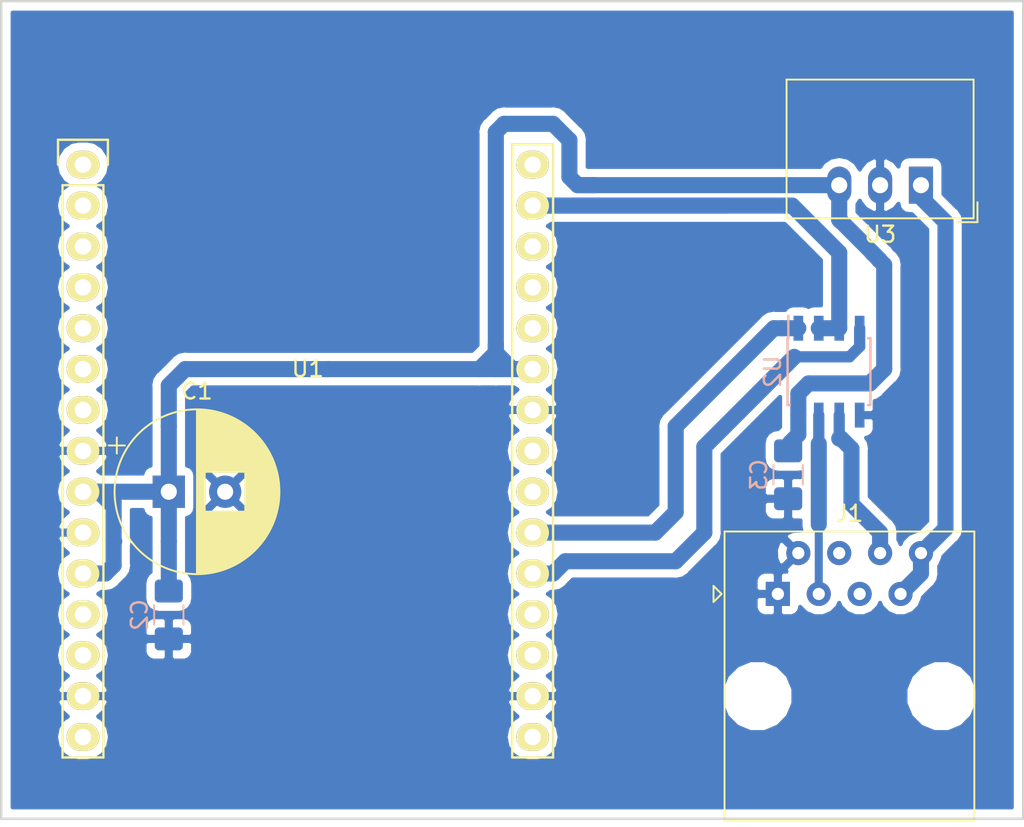
<source format=kicad_pcb>
(kicad_pcb (version 20171130) (host pcbnew 5.0.2-bee76a0~70~ubuntu18.04.1)

  (general
    (thickness 1.6)
    (drawings 5)
    (tracks 92)
    (zones 0)
    (modules 7)
    (nets 29)
  )

  (page A4)
  (title_block
    (title Wavin-AHC-9000-mqtt)
    (date 2019-02-09)
    (rev 1.0)
    (company Ohotbar)
    (comment 1 "Brian Jacobsen")
  )

  (layers
    (0 F.Cu signal)
    (31 B.Cu signal)
    (32 B.Adhes user)
    (33 F.Adhes user)
    (34 B.Paste user)
    (35 F.Paste user)
    (36 B.SilkS user)
    (37 F.SilkS user)
    (38 B.Mask user)
    (39 F.Mask user)
    (40 Dwgs.User user)
    (41 Cmts.User user)
    (42 Eco1.User user)
    (43 Eco2.User user)
    (44 Edge.Cuts user)
    (45 Margin user)
    (46 B.CrtYd user)
    (47 F.CrtYd user)
    (48 B.Fab user)
    (49 F.Fab user)
  )

  (setup
    (last_trace_width 1)
    (user_trace_width 0.5)
    (user_trace_width 0.7)
    (user_trace_width 1)
    (trace_clearance 0.2)
    (zone_clearance 0.508)
    (zone_45_only no)
    (trace_min 0.2)
    (segment_width 0.2)
    (edge_width 0.15)
    (via_size 0.8)
    (via_drill 0.4)
    (via_min_size 0.4)
    (via_min_drill 0.3)
    (uvia_size 0.3)
    (uvia_drill 0.1)
    (uvias_allowed no)
    (uvia_min_size 0.2)
    (uvia_min_drill 0.1)
    (pcb_text_width 0.3)
    (pcb_text_size 1.5 1.5)
    (mod_edge_width 0.15)
    (mod_text_size 1 1)
    (mod_text_width 0.15)
    (pad_size 1.524 1.524)
    (pad_drill 0.762)
    (pad_to_mask_clearance 0.051)
    (solder_mask_min_width 0.25)
    (aux_axis_origin 0 0)
    (visible_elements FFFFFF7F)
    (pcbplotparams
      (layerselection 0x01000_fffffffe)
      (usegerberextensions false)
      (usegerberattributes false)
      (usegerberadvancedattributes false)
      (creategerberjobfile false)
      (excludeedgelayer true)
      (linewidth 0.100000)
      (plotframeref false)
      (viasonmask false)
      (mode 1)
      (useauxorigin false)
      (hpglpennumber 1)
      (hpglpenspeed 20)
      (hpglpendiameter 15.000000)
      (psnegative false)
      (psa4output false)
      (plotreference true)
      (plotvalue true)
      (plotinvisibletext false)
      (padsonsilk false)
      (subtractmaskfromsilk false)
      (outputformat 1)
      (mirror false)
      (drillshape 0)
      (scaleselection 1)
      (outputdirectory ""))
  )

  (net 0 "")
  (net 1 GND)
  (net 2 "Net-(J1-Pad3)")
  (net 3 "Net-(J1-Pad4)")
  (net 4 "Net-(J1-Pad5)")
  (net 5 "Net-(J1-Pad6)")
  (net 6 "Net-(J1-Pad7)")
  (net 7 "Net-(U1-Pad21)")
  (net 8 "Net-(U1-Pad29)")
  (net 9 "Net-(U1-Pad20)")
  (net 10 VCC)
  (net 11 "Net-(U1-Pad1)")
  (net 12 "Net-(U1-Pad2)")
  (net 13 "Net-(U1-Pad3)")
  (net 14 "Net-(U1-Pad4)")
  (net 15 "Net-(U1-Pad5)")
  (net 16 "Net-(U1-Pad6)")
  (net 17 "Net-(U1-Pad7)")
  (net 18 "Net-(U1-Pad12)")
  (net 19 "Net-(U1-Pad13)")
  (net 20 "Net-(U1-Pad15)")
  (net 21 "Net-(U1-Pad30)")
  (net 22 "Net-(U1-Pad18)")
  (net 23 "Net-(U1-Pad19)")
  (net 24 "Net-(U1-Pad26)")
  (net 25 "Net-(U1-Pad22)")
  (net 26 "Net-(U1-Pad23)")
  (net 27 "Net-(U1-Pad28)")
  (net 28 "Net-(U1-Pad27)")

  (net_class Default "This is the default net class."
    (clearance 0.2)
    (trace_width 0.4)
    (via_dia 0.8)
    (via_drill 0.4)
    (uvia_dia 0.3)
    (uvia_drill 0.1)
    (add_net GND)
    (add_net "Net-(J1-Pad3)")
    (add_net "Net-(J1-Pad4)")
    (add_net "Net-(J1-Pad5)")
    (add_net "Net-(J1-Pad6)")
    (add_net "Net-(J1-Pad7)")
    (add_net "Net-(U1-Pad1)")
    (add_net "Net-(U1-Pad12)")
    (add_net "Net-(U1-Pad13)")
    (add_net "Net-(U1-Pad15)")
    (add_net "Net-(U1-Pad18)")
    (add_net "Net-(U1-Pad19)")
    (add_net "Net-(U1-Pad2)")
    (add_net "Net-(U1-Pad20)")
    (add_net "Net-(U1-Pad21)")
    (add_net "Net-(U1-Pad22)")
    (add_net "Net-(U1-Pad23)")
    (add_net "Net-(U1-Pad26)")
    (add_net "Net-(U1-Pad27)")
    (add_net "Net-(U1-Pad28)")
    (add_net "Net-(U1-Pad29)")
    (add_net "Net-(U1-Pad3)")
    (add_net "Net-(U1-Pad30)")
    (add_net "Net-(U1-Pad4)")
    (add_net "Net-(U1-Pad5)")
    (add_net "Net-(U1-Pad6)")
    (add_net "Net-(U1-Pad7)")
    (add_net VCC)
  )

  (module Connector_RJ:RJ45_Amphenol_54602-x08_Horizontal (layer F.Cu) (tedit 5B103613) (tstamp 5C6A9044)
    (at 232.41 138.43)
    (descr "8 Pol Shallow Latch Connector, Modjack, RJ45 (https://cdn.amphenol-icc.com/media/wysiwyg/files/drawing/c-bmj-0102.pdf)")
    (tags RJ45)
    (path /5C5DE448)
    (fp_text reference J1 (at 4.445 -5) (layer F.SilkS)
      (effects (font (size 1 1) (thickness 0.15)))
    )
    (fp_text value RJ45 (at 4.445 4) (layer F.Fab)
      (effects (font (size 1 1) (thickness 0.15)))
    )
    (fp_text user %R (at 4.445 2) (layer F.Fab)
      (effects (font (size 1 1) (thickness 0.15)))
    )
    (fp_line (start -4 0.5) (end -3.5 0) (layer F.SilkS) (width 0.12))
    (fp_line (start -4 -0.5) (end -4 0.5) (layer F.SilkS) (width 0.12))
    (fp_line (start -3.5 0) (end -4 -0.5) (layer F.SilkS) (width 0.12))
    (fp_line (start -3.205 13.97) (end -3.205 -2.77) (layer F.Fab) (width 0.12))
    (fp_line (start 12.095 13.97) (end -3.205 13.97) (layer F.Fab) (width 0.12))
    (fp_line (start 12.095 -3.77) (end 12.095 13.97) (layer F.Fab) (width 0.12))
    (fp_line (start -2.205 -3.77) (end 12.095 -3.77) (layer F.Fab) (width 0.12))
    (fp_line (start -3.205 -2.77) (end -2.205 -3.77) (layer F.Fab) (width 0.12))
    (fp_line (start -3.315 14.08) (end 12.205 14.08) (layer F.SilkS) (width 0.12))
    (fp_line (start 12.205 -3.88) (end 12.205 14.08) (layer F.SilkS) (width 0.12))
    (fp_line (start 12.205 -3.88) (end -3.315 -3.88) (layer F.SilkS) (width 0.12))
    (fp_line (start -3.315 -3.88) (end -3.315 14.08) (layer F.SilkS) (width 0.12))
    (fp_line (start -3.71 -4.27) (end 12.6 -4.27) (layer F.CrtYd) (width 0.05))
    (fp_line (start -3.71 -4.27) (end -3.71 14.47) (layer F.CrtYd) (width 0.05))
    (fp_line (start 12.6 14.47) (end 12.6 -4.27) (layer F.CrtYd) (width 0.05))
    (fp_line (start 12.6 14.47) (end -3.71 14.47) (layer F.CrtYd) (width 0.05))
    (pad "" np_thru_hole circle (at 10.16 6.35) (size 3.2 3.2) (drill 3.2) (layers *.Cu *.Mask))
    (pad "" np_thru_hole circle (at -1.27 6.35) (size 3.2 3.2) (drill 3.2) (layers *.Cu *.Mask))
    (pad 1 thru_hole rect (at 0 0) (size 1.5 1.5) (drill 0.76) (layers *.Cu *.Mask)
      (net 1 GND))
    (pad 2 thru_hole circle (at 1.27 -2.54) (size 1.5 1.5) (drill 0.76) (layers *.Cu *.Mask)
      (net 1 GND))
    (pad 3 thru_hole circle (at 2.54 0) (size 1.5 1.5) (drill 0.76) (layers *.Cu *.Mask)
      (net 2 "Net-(J1-Pad3)"))
    (pad 4 thru_hole circle (at 3.81 -2.54) (size 1.5 1.5) (drill 0.76) (layers *.Cu *.Mask)
      (net 3 "Net-(J1-Pad4)"))
    (pad 5 thru_hole circle (at 5.08 0) (size 1.5 1.5) (drill 0.76) (layers *.Cu *.Mask)
      (net 4 "Net-(J1-Pad5)"))
    (pad 6 thru_hole circle (at 6.35 -2.54) (size 1.5 1.5) (drill 0.76) (layers *.Cu *.Mask)
      (net 5 "Net-(J1-Pad6)"))
    (pad 7 thru_hole circle (at 7.62 0) (size 1.5 1.5) (drill 0.76) (layers *.Cu *.Mask)
      (net 6 "Net-(J1-Pad7)"))
    (pad 8 thru_hole circle (at 8.89 -2.54) (size 1.5 1.5) (drill 0.76) (layers *.Cu *.Mask)
      (net 6 "Net-(J1-Pad7)"))
    (model ${KISYS3DMOD}/Connector_RJ.3dshapes/RJ45_Amphenol_54602-x08_Horizontal.wrl
      (at (xyz 0 0 0))
      (scale (xyz 1 1 1))
      (rotate (xyz 0 0 0))
    )
  )

  (module nodemcu:NodeMCU_0.9 (layer F.Cu) (tedit 567C3C58) (tstamp 5C6CE391)
    (at 189.23 111.76)
    (descr "Through-hole-mounted NodeMCU 0.9")
    (tags nodemcu)
    (path /5C5DE29B)
    (fp_text reference U1 (at 13.97 12.68) (layer F.SilkS)
      (effects (font (size 1 1) (thickness 0.15)))
    )
    (fp_text value NodeMCU_0.9 (at 13.97 16.51) (layer F.Fab)
      (effects (font (size 2 2) (thickness 0.15)))
    )
    (fp_line (start 1.5 40.55) (end -2.55 36.55) (layer F.CrtYd) (width 0.15))
    (fp_line (start 18.53 35.309962) (end 18.53 40.56) (layer F.CrtYd) (width 0.15))
    (fp_line (start 9.079978 35.31) (end 18.53 35.31) (layer F.CrtYd) (width 0.15))
    (fp_line (start 9.08 40.57) (end 9.08 35.309848) (layer F.CrtYd) (width 0.15))
    (fp_line (start 30.48 -2.050004) (end 30.48 36.57) (layer F.CrtYd) (width 0.15))
    (fp_line (start 1.498075 -6.04) (end 26.450001 -6.04) (layer F.CrtYd) (width 0.15))
    (fp_line (start -2.54 36.550001) (end -2.54 -2.05002) (layer F.CrtYd) (width 0.15))
    (fp_line (start 1.499994 40.569) (end 26.44 40.569) (layer F.CrtYd) (width 0.15))
    (fp_line (start -1.27 1.27) (end -1.27 36.83) (layer F.SilkS) (width 0.15))
    (fp_line (start -1.27 36.83) (end 1.27 36.83) (layer F.SilkS) (width 0.15))
    (fp_line (start 1.27 36.83) (end 1.27 1.27) (layer F.SilkS) (width 0.15))
    (fp_line (start 1.55 -1.55) (end 1.55 0) (layer F.SilkS) (width 0.15))
    (fp_line (start 1.27 1.27) (end -1.27 1.27) (layer F.SilkS) (width 0.15))
    (fp_line (start -1.55 0) (end -1.55 -1.55) (layer F.SilkS) (width 0.15))
    (fp_line (start -1.55 -1.55) (end 1.55 -1.55) (layer F.SilkS) (width 0.15))
    (fp_line (start 26.67 36.83) (end 29.21 36.83) (layer F.SilkS) (width 0.15))
    (fp_line (start 26.67 -1.27) (end 26.67 36.83) (layer F.SilkS) (width 0.15))
    (fp_line (start 29.21 -1.27) (end 26.67 -1.27) (layer F.SilkS) (width 0.15))
    (fp_line (start 29.21 36.83) (end 29.21 -1.27) (layer F.SilkS) (width 0.15))
    (fp_line (start 30.5 -2.05) (end 26.45 -6.05) (layer F.CrtYd) (width 0.15))
    (fp_line (start 1.5 -6.05) (end -2.54 -2.05) (layer F.CrtYd) (width 0.15))
    (fp_line (start 30.48 36.57) (end 26.44 40.57) (layer F.CrtYd) (width 0.15))
    (pad 1 thru_hole oval (at 0 0) (size 2.032 1.7272) (drill 1.016) (layers *.Cu *.Mask F.SilkS)
      (net 11 "Net-(U1-Pad1)"))
    (pad 2 thru_hole oval (at 0 2.54) (size 2.032 1.7272) (drill 1.016) (layers *.Cu *.Mask F.SilkS)
      (net 12 "Net-(U1-Pad2)"))
    (pad 3 thru_hole oval (at 0 5.08) (size 2.032 1.7272) (drill 1.016) (layers *.Cu *.Mask F.SilkS)
      (net 13 "Net-(U1-Pad3)"))
    (pad 4 thru_hole oval (at 0 7.62) (size 2.032 1.7272) (drill 1.016) (layers *.Cu *.Mask F.SilkS)
      (net 14 "Net-(U1-Pad4)"))
    (pad 5 thru_hole oval (at 0 10.16) (size 2.032 1.7272) (drill 1.016) (layers *.Cu *.Mask F.SilkS)
      (net 15 "Net-(U1-Pad5)"))
    (pad 6 thru_hole oval (at 0 12.7) (size 2.032 1.7272) (drill 1.016) (layers *.Cu *.Mask F.SilkS)
      (net 16 "Net-(U1-Pad6)"))
    (pad 7 thru_hole oval (at 0 15.24) (size 2.032 1.7272) (drill 1.016) (layers *.Cu *.Mask F.SilkS)
      (net 17 "Net-(U1-Pad7)"))
    (pad 8 thru_hole oval (at 0 17.78) (size 2.032 1.7272) (drill 1.016) (layers *.Cu *.Mask F.SilkS)
      (net 1 GND))
    (pad 9 thru_hole oval (at 0 20.32) (size 2.032 1.7272) (drill 1.016) (layers *.Cu *.Mask F.SilkS)
      (net 10 VCC))
    (pad 10 thru_hole oval (at 0 22.86) (size 2.032 1.7272) (drill 1.016) (layers *.Cu *.Mask F.SilkS)
      (net 1 GND))
    (pad 11 thru_hole oval (at 0 25.4) (size 2.032 1.7272) (drill 1.016) (layers *.Cu *.Mask F.SilkS)
      (net 10 VCC))
    (pad 12 thru_hole oval (at 0 27.94) (size 2.032 1.7272) (drill 1.016) (layers *.Cu *.Mask F.SilkS)
      (net 18 "Net-(U1-Pad12)"))
    (pad 13 thru_hole oval (at 0 30.48) (size 2.032 1.7272) (drill 1.016) (layers *.Cu *.Mask F.SilkS)
      (net 19 "Net-(U1-Pad13)"))
    (pad 14 thru_hole oval (at 0 33.02) (size 2.032 1.7272) (drill 1.016) (layers *.Cu *.Mask F.SilkS)
      (net 1 GND))
    (pad 15 thru_hole oval (at 0 35.56) (size 2.032 1.7272) (drill 1.016) (layers *.Cu *.Mask F.SilkS)
      (net 20 "Net-(U1-Pad15)"))
    (pad 30 thru_hole oval (at 27.94 0) (size 2.032 1.7272) (drill 1.016) (layers *.Cu *.Mask F.SilkS)
      (net 21 "Net-(U1-Pad30)"))
    (pad 18 thru_hole oval (at 27.94 30.48) (size 2.032 1.7272) (drill 1.016) (layers *.Cu *.Mask F.SilkS)
      (net 22 "Net-(U1-Pad18)"))
    (pad 17 thru_hole oval (at 27.94 33.02) (size 2.032 1.7272) (drill 1.016) (layers *.Cu *.Mask F.SilkS)
      (net 1 GND))
    (pad 19 thru_hole oval (at 27.94 27.94) (size 2.032 1.7272) (drill 1.016) (layers *.Cu *.Mask F.SilkS)
      (net 23 "Net-(U1-Pad19)"))
    (pad 25 thru_hole oval (at 27.94 12.7) (size 2.032 1.7272) (drill 1.016) (layers *.Cu *.Mask F.SilkS)
      (net 10 VCC))
    (pad 26 thru_hole oval (at 27.94 10.16) (size 2.032 1.7272) (drill 1.016) (layers *.Cu *.Mask F.SilkS)
      (net 24 "Net-(U1-Pad26)"))
    (pad 24 thru_hole oval (at 27.94 15.24) (size 2.032 1.7272) (drill 1.016) (layers *.Cu *.Mask F.SilkS)
      (net 1 GND))
    (pad 16 thru_hole oval (at 27.94 35.56) (size 2.032 1.7272) (drill 1.016) (layers *.Cu *.Mask F.SilkS)
      (net 10 VCC))
    (pad 22 thru_hole oval (at 27.94 20.32) (size 2.032 1.7272) (drill 1.016) (layers *.Cu *.Mask F.SilkS)
      (net 25 "Net-(U1-Pad22)"))
    (pad 23 thru_hole oval (at 27.94 17.78) (size 2.032 1.7272) (drill 1.016) (layers *.Cu *.Mask F.SilkS)
      (net 26 "Net-(U1-Pad23)"))
    (pad 21 thru_hole oval (at 27.94 22.86) (size 2.032 1.7272) (drill 1.016) (layers *.Cu *.Mask F.SilkS)
      (net 7 "Net-(U1-Pad21)"))
    (pad 20 thru_hole oval (at 27.94 25.4) (size 2.032 1.7272) (drill 1.016) (layers *.Cu *.Mask F.SilkS)
      (net 9 "Net-(U1-Pad20)"))
    (pad 28 thru_hole oval (at 27.94 5.08) (size 2.032 1.7272) (drill 1.016) (layers *.Cu *.Mask F.SilkS)
      (net 27 "Net-(U1-Pad28)"))
    (pad 27 thru_hole oval (at 27.94 7.62) (size 2.032 1.7272) (drill 1.016) (layers *.Cu *.Mask F.SilkS)
      (net 28 "Net-(U1-Pad27)"))
    (pad 29 thru_hole oval (at 27.94 2.54) (size 2.032 1.7272) (drill 1.016) (layers *.Cu *.Mask F.SilkS)
      (net 8 "Net-(U1-Pad29)"))
  )

  (module Package_SO:SOIC-8_3.9x4.9mm_P1.27mm (layer B.Cu) (tedit 5A02F2D3) (tstamp 5C6DFFA4)
    (at 235.585 124.62 270)
    (descr "8-Lead Plastic Small Outline (SN) - Narrow, 3.90 mm Body [SOIC] (see Microchip Packaging Specification http://ww1.microchip.com/downloads/en/PackagingSpec/00000049BQ.pdf)")
    (tags "SOIC 1.27")
    (path /5C5DE5CA)
    (attr smd)
    (fp_text reference U2 (at 0 3.5 270) (layer B.SilkS)
      (effects (font (size 1 1) (thickness 0.15)) (justify mirror))
    )
    (fp_text value MAX3072E (at 0 -3.5 270) (layer B.Fab)
      (effects (font (size 1 1) (thickness 0.15)) (justify mirror))
    )
    (fp_text user %R (at 0 0 270) (layer B.Fab)
      (effects (font (size 1 1) (thickness 0.15)) (justify mirror))
    )
    (fp_line (start -0.95 2.45) (end 1.95 2.45) (layer B.Fab) (width 0.1))
    (fp_line (start 1.95 2.45) (end 1.95 -2.45) (layer B.Fab) (width 0.1))
    (fp_line (start 1.95 -2.45) (end -1.95 -2.45) (layer B.Fab) (width 0.1))
    (fp_line (start -1.95 -2.45) (end -1.95 1.45) (layer B.Fab) (width 0.1))
    (fp_line (start -1.95 1.45) (end -0.95 2.45) (layer B.Fab) (width 0.1))
    (fp_line (start -3.73 2.7) (end -3.73 -2.7) (layer B.CrtYd) (width 0.05))
    (fp_line (start 3.73 2.7) (end 3.73 -2.7) (layer B.CrtYd) (width 0.05))
    (fp_line (start -3.73 2.7) (end 3.73 2.7) (layer B.CrtYd) (width 0.05))
    (fp_line (start -3.73 -2.7) (end 3.73 -2.7) (layer B.CrtYd) (width 0.05))
    (fp_line (start -2.075 2.575) (end -2.075 2.525) (layer B.SilkS) (width 0.15))
    (fp_line (start 2.075 2.575) (end 2.075 2.43) (layer B.SilkS) (width 0.15))
    (fp_line (start 2.075 -2.575) (end 2.075 -2.43) (layer B.SilkS) (width 0.15))
    (fp_line (start -2.075 -2.575) (end -2.075 -2.43) (layer B.SilkS) (width 0.15))
    (fp_line (start -2.075 2.575) (end 2.075 2.575) (layer B.SilkS) (width 0.15))
    (fp_line (start -2.075 -2.575) (end 2.075 -2.575) (layer B.SilkS) (width 0.15))
    (fp_line (start -2.075 2.525) (end -3.475 2.525) (layer B.SilkS) (width 0.15))
    (pad 1 smd rect (at -2.7 1.905 270) (size 1.55 0.6) (layers B.Cu B.Paste B.Mask)
      (net 7 "Net-(U1-Pad21)"))
    (pad 2 smd rect (at -2.7 0.635 270) (size 1.55 0.6) (layers B.Cu B.Paste B.Mask)
      (net 8 "Net-(U1-Pad29)"))
    (pad 3 smd rect (at -2.7 -0.635 270) (size 1.55 0.6) (layers B.Cu B.Paste B.Mask)
      (net 8 "Net-(U1-Pad29)"))
    (pad 4 smd rect (at -2.7 -1.905 270) (size 1.55 0.6) (layers B.Cu B.Paste B.Mask)
      (net 9 "Net-(U1-Pad20)"))
    (pad 5 smd rect (at 2.7 -1.905 270) (size 1.55 0.6) (layers B.Cu B.Paste B.Mask)
      (net 1 GND))
    (pad 6 smd rect (at 2.7 -0.635 270) (size 1.55 0.6) (layers B.Cu B.Paste B.Mask)
      (net 5 "Net-(J1-Pad6)"))
    (pad 7 smd rect (at 2.7 0.635 270) (size 1.55 0.6) (layers B.Cu B.Paste B.Mask)
      (net 2 "Net-(J1-Pad3)"))
    (pad 8 smd rect (at 2.7 1.905 270) (size 1.55 0.6) (layers B.Cu B.Paste B.Mask)
      (net 10 VCC))
    (model ${KISYS3DMOD}/Package_SO.3dshapes/SOIC-8_3.9x4.9mm_P1.27mm.wrl
      (at (xyz 0 0 0))
      (scale (xyz 1 1 1))
      (rotate (xyz 0 0 0))
    )
  )

  (module Converter_DCDC:Converter_DCDC_RECOM_R-78HB-0.5_THT (layer F.Cu) (tedit 5B741BB0) (tstamp 5C6A98DC)
    (at 241.3 113.03 180)
    (descr "DCDC-Converter, RECOM, RECOM_R-78HB-0.5, SIP-3, pitch 2.54mm, package size 11.5x8.5x17.5mm^3, https://www.recom-power.com/pdf/Innoline/R-78HBxx-0.5_L.pdf")
    (tags "dc-dc recom buck sip-3 pitch 2.54mm")
    (path /5C5DF5AA)
    (fp_text reference U3 (at 2.54 -3.06 180) (layer F.SilkS)
      (effects (font (size 1 1) (thickness 0.15)))
    )
    (fp_text value DD4012SB_3V3 (at 2.54 7.5 180) (layer F.Fab)
      (effects (font (size 1 1) (thickness 0.15)))
    )
    (fp_line (start -2.21 -2) (end 8.29 -2) (layer F.Fab) (width 0.1))
    (fp_line (start 8.29 -2) (end 8.29 6.5) (layer F.Fab) (width 0.1))
    (fp_line (start 8.29 6.5) (end -3.21 6.5) (layer F.Fab) (width 0.1))
    (fp_line (start -3.21 6.5) (end -3.21 -1) (layer F.Fab) (width 0.1))
    (fp_line (start -3.21 -1) (end -2.21 -2) (layer F.Fab) (width 0.1))
    (fp_line (start -3.27 -2.06) (end 8.35 -2.06) (layer F.SilkS) (width 0.12))
    (fp_line (start -3.27 6.56) (end 8.35 6.56) (layer F.SilkS) (width 0.12))
    (fp_line (start -3.27 -2.06) (end -3.27 6.56) (layer F.SilkS) (width 0.12))
    (fp_line (start 8.35 -2.06) (end 8.35 6.56) (layer F.SilkS) (width 0.12))
    (fp_line (start -3.51 -1.06) (end -3.51 -2.3) (layer F.SilkS) (width 0.12))
    (fp_line (start -3.51 -2.3) (end -2.27 -2.3) (layer F.SilkS) (width 0.12))
    (fp_line (start -3.46 -2.25) (end -3.46 6.75) (layer F.CrtYd) (width 0.05))
    (fp_line (start -3.46 6.75) (end 8.54 6.75) (layer F.CrtYd) (width 0.05))
    (fp_line (start 8.54 6.75) (end 8.54 -2.25) (layer F.CrtYd) (width 0.05))
    (fp_line (start 8.54 -2.25) (end -3.46 -2.25) (layer F.CrtYd) (width 0.05))
    (fp_text user %R (at 2.54 2.25 180) (layer F.Fab)
      (effects (font (size 1 1) (thickness 0.15)))
    )
    (pad 1 thru_hole rect (at 0 0 180) (size 1.5 2.3) (drill 1) (layers *.Cu *.Mask)
      (net 6 "Net-(J1-Pad7)"))
    (pad 2 thru_hole oval (at 2.54 0 180) (size 1.5 2.3) (drill 1) (layers *.Cu *.Mask)
      (net 1 GND))
    (pad 3 thru_hole oval (at 5.08 0 180) (size 1.5 2.3) (drill 1) (layers *.Cu *.Mask)
      (net 10 VCC))
    (model ${KISYS3DMOD}/Converter_DCDC.3dshapes/Converter_DCDC_RECOM_R-78HB-0.5_THT.wrl
      (at (xyz 0 0 0))
      (scale (xyz 1 1 1))
      (rotate (xyz 0 0 0))
    )
  )

  (module Capacitor_THT:CP_Radial_D10.0mm_P3.50mm (layer F.Cu) (tedit 5AE50EF0) (tstamp 5C6CE007)
    (at 194.564 132.08)
    (descr "CP, Radial series, Radial, pin pitch=3.50mm, , diameter=10mm, Electrolytic Capacitor")
    (tags "CP Radial series Radial pin pitch 3.50mm  diameter 10mm Electrolytic Capacitor")
    (path /5C5FFD48)
    (fp_text reference C1 (at 1.75 -6.25) (layer F.SilkS)
      (effects (font (size 1 1) (thickness 0.15)))
    )
    (fp_text value 10uF (at 1.75 6.25) (layer F.Fab)
      (effects (font (size 1 1) (thickness 0.15)))
    )
    (fp_circle (center 1.75 0) (end 6.75 0) (layer F.Fab) (width 0.1))
    (fp_circle (center 1.75 0) (end 6.87 0) (layer F.SilkS) (width 0.12))
    (fp_circle (center 1.75 0) (end 7 0) (layer F.CrtYd) (width 0.05))
    (fp_line (start -2.538861 -2.1875) (end -1.538861 -2.1875) (layer F.Fab) (width 0.1))
    (fp_line (start -2.038861 -2.6875) (end -2.038861 -1.6875) (layer F.Fab) (width 0.1))
    (fp_line (start 1.75 -5.08) (end 1.75 5.08) (layer F.SilkS) (width 0.12))
    (fp_line (start 1.79 -5.08) (end 1.79 5.08) (layer F.SilkS) (width 0.12))
    (fp_line (start 1.83 -5.08) (end 1.83 5.08) (layer F.SilkS) (width 0.12))
    (fp_line (start 1.87 -5.079) (end 1.87 5.079) (layer F.SilkS) (width 0.12))
    (fp_line (start 1.91 -5.078) (end 1.91 5.078) (layer F.SilkS) (width 0.12))
    (fp_line (start 1.95 -5.077) (end 1.95 5.077) (layer F.SilkS) (width 0.12))
    (fp_line (start 1.99 -5.075) (end 1.99 5.075) (layer F.SilkS) (width 0.12))
    (fp_line (start 2.03 -5.073) (end 2.03 5.073) (layer F.SilkS) (width 0.12))
    (fp_line (start 2.07 -5.07) (end 2.07 5.07) (layer F.SilkS) (width 0.12))
    (fp_line (start 2.11 -5.068) (end 2.11 5.068) (layer F.SilkS) (width 0.12))
    (fp_line (start 2.15 -5.065) (end 2.15 5.065) (layer F.SilkS) (width 0.12))
    (fp_line (start 2.19 -5.062) (end 2.19 5.062) (layer F.SilkS) (width 0.12))
    (fp_line (start 2.23 -5.058) (end 2.23 5.058) (layer F.SilkS) (width 0.12))
    (fp_line (start 2.27 -5.054) (end 2.27 -1.241) (layer F.SilkS) (width 0.12))
    (fp_line (start 2.27 1.241) (end 2.27 5.054) (layer F.SilkS) (width 0.12))
    (fp_line (start 2.31 -5.05) (end 2.31 -1.241) (layer F.SilkS) (width 0.12))
    (fp_line (start 2.31 1.241) (end 2.31 5.05) (layer F.SilkS) (width 0.12))
    (fp_line (start 2.35 -5.045) (end 2.35 -1.241) (layer F.SilkS) (width 0.12))
    (fp_line (start 2.35 1.241) (end 2.35 5.045) (layer F.SilkS) (width 0.12))
    (fp_line (start 2.39 -5.04) (end 2.39 -1.241) (layer F.SilkS) (width 0.12))
    (fp_line (start 2.39 1.241) (end 2.39 5.04) (layer F.SilkS) (width 0.12))
    (fp_line (start 2.43 -5.035) (end 2.43 -1.241) (layer F.SilkS) (width 0.12))
    (fp_line (start 2.43 1.241) (end 2.43 5.035) (layer F.SilkS) (width 0.12))
    (fp_line (start 2.471 -5.03) (end 2.471 -1.241) (layer F.SilkS) (width 0.12))
    (fp_line (start 2.471 1.241) (end 2.471 5.03) (layer F.SilkS) (width 0.12))
    (fp_line (start 2.511 -5.024) (end 2.511 -1.241) (layer F.SilkS) (width 0.12))
    (fp_line (start 2.511 1.241) (end 2.511 5.024) (layer F.SilkS) (width 0.12))
    (fp_line (start 2.551 -5.018) (end 2.551 -1.241) (layer F.SilkS) (width 0.12))
    (fp_line (start 2.551 1.241) (end 2.551 5.018) (layer F.SilkS) (width 0.12))
    (fp_line (start 2.591 -5.011) (end 2.591 -1.241) (layer F.SilkS) (width 0.12))
    (fp_line (start 2.591 1.241) (end 2.591 5.011) (layer F.SilkS) (width 0.12))
    (fp_line (start 2.631 -5.004) (end 2.631 -1.241) (layer F.SilkS) (width 0.12))
    (fp_line (start 2.631 1.241) (end 2.631 5.004) (layer F.SilkS) (width 0.12))
    (fp_line (start 2.671 -4.997) (end 2.671 -1.241) (layer F.SilkS) (width 0.12))
    (fp_line (start 2.671 1.241) (end 2.671 4.997) (layer F.SilkS) (width 0.12))
    (fp_line (start 2.711 -4.99) (end 2.711 -1.241) (layer F.SilkS) (width 0.12))
    (fp_line (start 2.711 1.241) (end 2.711 4.99) (layer F.SilkS) (width 0.12))
    (fp_line (start 2.751 -4.982) (end 2.751 -1.241) (layer F.SilkS) (width 0.12))
    (fp_line (start 2.751 1.241) (end 2.751 4.982) (layer F.SilkS) (width 0.12))
    (fp_line (start 2.791 -4.974) (end 2.791 -1.241) (layer F.SilkS) (width 0.12))
    (fp_line (start 2.791 1.241) (end 2.791 4.974) (layer F.SilkS) (width 0.12))
    (fp_line (start 2.831 -4.965) (end 2.831 -1.241) (layer F.SilkS) (width 0.12))
    (fp_line (start 2.831 1.241) (end 2.831 4.965) (layer F.SilkS) (width 0.12))
    (fp_line (start 2.871 -4.956) (end 2.871 -1.241) (layer F.SilkS) (width 0.12))
    (fp_line (start 2.871 1.241) (end 2.871 4.956) (layer F.SilkS) (width 0.12))
    (fp_line (start 2.911 -4.947) (end 2.911 -1.241) (layer F.SilkS) (width 0.12))
    (fp_line (start 2.911 1.241) (end 2.911 4.947) (layer F.SilkS) (width 0.12))
    (fp_line (start 2.951 -4.938) (end 2.951 -1.241) (layer F.SilkS) (width 0.12))
    (fp_line (start 2.951 1.241) (end 2.951 4.938) (layer F.SilkS) (width 0.12))
    (fp_line (start 2.991 -4.928) (end 2.991 -1.241) (layer F.SilkS) (width 0.12))
    (fp_line (start 2.991 1.241) (end 2.991 4.928) (layer F.SilkS) (width 0.12))
    (fp_line (start 3.031 -4.918) (end 3.031 -1.241) (layer F.SilkS) (width 0.12))
    (fp_line (start 3.031 1.241) (end 3.031 4.918) (layer F.SilkS) (width 0.12))
    (fp_line (start 3.071 -4.907) (end 3.071 -1.241) (layer F.SilkS) (width 0.12))
    (fp_line (start 3.071 1.241) (end 3.071 4.907) (layer F.SilkS) (width 0.12))
    (fp_line (start 3.111 -4.897) (end 3.111 -1.241) (layer F.SilkS) (width 0.12))
    (fp_line (start 3.111 1.241) (end 3.111 4.897) (layer F.SilkS) (width 0.12))
    (fp_line (start 3.151 -4.885) (end 3.151 -1.241) (layer F.SilkS) (width 0.12))
    (fp_line (start 3.151 1.241) (end 3.151 4.885) (layer F.SilkS) (width 0.12))
    (fp_line (start 3.191 -4.874) (end 3.191 -1.241) (layer F.SilkS) (width 0.12))
    (fp_line (start 3.191 1.241) (end 3.191 4.874) (layer F.SilkS) (width 0.12))
    (fp_line (start 3.231 -4.862) (end 3.231 -1.241) (layer F.SilkS) (width 0.12))
    (fp_line (start 3.231 1.241) (end 3.231 4.862) (layer F.SilkS) (width 0.12))
    (fp_line (start 3.271 -4.85) (end 3.271 -1.241) (layer F.SilkS) (width 0.12))
    (fp_line (start 3.271 1.241) (end 3.271 4.85) (layer F.SilkS) (width 0.12))
    (fp_line (start 3.311 -4.837) (end 3.311 -1.241) (layer F.SilkS) (width 0.12))
    (fp_line (start 3.311 1.241) (end 3.311 4.837) (layer F.SilkS) (width 0.12))
    (fp_line (start 3.351 -4.824) (end 3.351 -1.241) (layer F.SilkS) (width 0.12))
    (fp_line (start 3.351 1.241) (end 3.351 4.824) (layer F.SilkS) (width 0.12))
    (fp_line (start 3.391 -4.811) (end 3.391 -1.241) (layer F.SilkS) (width 0.12))
    (fp_line (start 3.391 1.241) (end 3.391 4.811) (layer F.SilkS) (width 0.12))
    (fp_line (start 3.431 -4.797) (end 3.431 -1.241) (layer F.SilkS) (width 0.12))
    (fp_line (start 3.431 1.241) (end 3.431 4.797) (layer F.SilkS) (width 0.12))
    (fp_line (start 3.471 -4.783) (end 3.471 -1.241) (layer F.SilkS) (width 0.12))
    (fp_line (start 3.471 1.241) (end 3.471 4.783) (layer F.SilkS) (width 0.12))
    (fp_line (start 3.511 -4.768) (end 3.511 -1.241) (layer F.SilkS) (width 0.12))
    (fp_line (start 3.511 1.241) (end 3.511 4.768) (layer F.SilkS) (width 0.12))
    (fp_line (start 3.551 -4.754) (end 3.551 -1.241) (layer F.SilkS) (width 0.12))
    (fp_line (start 3.551 1.241) (end 3.551 4.754) (layer F.SilkS) (width 0.12))
    (fp_line (start 3.591 -4.738) (end 3.591 -1.241) (layer F.SilkS) (width 0.12))
    (fp_line (start 3.591 1.241) (end 3.591 4.738) (layer F.SilkS) (width 0.12))
    (fp_line (start 3.631 -4.723) (end 3.631 -1.241) (layer F.SilkS) (width 0.12))
    (fp_line (start 3.631 1.241) (end 3.631 4.723) (layer F.SilkS) (width 0.12))
    (fp_line (start 3.671 -4.707) (end 3.671 -1.241) (layer F.SilkS) (width 0.12))
    (fp_line (start 3.671 1.241) (end 3.671 4.707) (layer F.SilkS) (width 0.12))
    (fp_line (start 3.711 -4.69) (end 3.711 -1.241) (layer F.SilkS) (width 0.12))
    (fp_line (start 3.711 1.241) (end 3.711 4.69) (layer F.SilkS) (width 0.12))
    (fp_line (start 3.751 -4.674) (end 3.751 -1.241) (layer F.SilkS) (width 0.12))
    (fp_line (start 3.751 1.241) (end 3.751 4.674) (layer F.SilkS) (width 0.12))
    (fp_line (start 3.791 -4.657) (end 3.791 -1.241) (layer F.SilkS) (width 0.12))
    (fp_line (start 3.791 1.241) (end 3.791 4.657) (layer F.SilkS) (width 0.12))
    (fp_line (start 3.831 -4.639) (end 3.831 -1.241) (layer F.SilkS) (width 0.12))
    (fp_line (start 3.831 1.241) (end 3.831 4.639) (layer F.SilkS) (width 0.12))
    (fp_line (start 3.871 -4.621) (end 3.871 -1.241) (layer F.SilkS) (width 0.12))
    (fp_line (start 3.871 1.241) (end 3.871 4.621) (layer F.SilkS) (width 0.12))
    (fp_line (start 3.911 -4.603) (end 3.911 -1.241) (layer F.SilkS) (width 0.12))
    (fp_line (start 3.911 1.241) (end 3.911 4.603) (layer F.SilkS) (width 0.12))
    (fp_line (start 3.951 -4.584) (end 3.951 -1.241) (layer F.SilkS) (width 0.12))
    (fp_line (start 3.951 1.241) (end 3.951 4.584) (layer F.SilkS) (width 0.12))
    (fp_line (start 3.991 -4.564) (end 3.991 -1.241) (layer F.SilkS) (width 0.12))
    (fp_line (start 3.991 1.241) (end 3.991 4.564) (layer F.SilkS) (width 0.12))
    (fp_line (start 4.031 -4.545) (end 4.031 -1.241) (layer F.SilkS) (width 0.12))
    (fp_line (start 4.031 1.241) (end 4.031 4.545) (layer F.SilkS) (width 0.12))
    (fp_line (start 4.071 -4.525) (end 4.071 -1.241) (layer F.SilkS) (width 0.12))
    (fp_line (start 4.071 1.241) (end 4.071 4.525) (layer F.SilkS) (width 0.12))
    (fp_line (start 4.111 -4.504) (end 4.111 -1.241) (layer F.SilkS) (width 0.12))
    (fp_line (start 4.111 1.241) (end 4.111 4.504) (layer F.SilkS) (width 0.12))
    (fp_line (start 4.151 -4.483) (end 4.151 -1.241) (layer F.SilkS) (width 0.12))
    (fp_line (start 4.151 1.241) (end 4.151 4.483) (layer F.SilkS) (width 0.12))
    (fp_line (start 4.191 -4.462) (end 4.191 -1.241) (layer F.SilkS) (width 0.12))
    (fp_line (start 4.191 1.241) (end 4.191 4.462) (layer F.SilkS) (width 0.12))
    (fp_line (start 4.231 -4.44) (end 4.231 -1.241) (layer F.SilkS) (width 0.12))
    (fp_line (start 4.231 1.241) (end 4.231 4.44) (layer F.SilkS) (width 0.12))
    (fp_line (start 4.271 -4.417) (end 4.271 -1.241) (layer F.SilkS) (width 0.12))
    (fp_line (start 4.271 1.241) (end 4.271 4.417) (layer F.SilkS) (width 0.12))
    (fp_line (start 4.311 -4.395) (end 4.311 -1.241) (layer F.SilkS) (width 0.12))
    (fp_line (start 4.311 1.241) (end 4.311 4.395) (layer F.SilkS) (width 0.12))
    (fp_line (start 4.351 -4.371) (end 4.351 -1.241) (layer F.SilkS) (width 0.12))
    (fp_line (start 4.351 1.241) (end 4.351 4.371) (layer F.SilkS) (width 0.12))
    (fp_line (start 4.391 -4.347) (end 4.391 -1.241) (layer F.SilkS) (width 0.12))
    (fp_line (start 4.391 1.241) (end 4.391 4.347) (layer F.SilkS) (width 0.12))
    (fp_line (start 4.431 -4.323) (end 4.431 -1.241) (layer F.SilkS) (width 0.12))
    (fp_line (start 4.431 1.241) (end 4.431 4.323) (layer F.SilkS) (width 0.12))
    (fp_line (start 4.471 -4.298) (end 4.471 -1.241) (layer F.SilkS) (width 0.12))
    (fp_line (start 4.471 1.241) (end 4.471 4.298) (layer F.SilkS) (width 0.12))
    (fp_line (start 4.511 -4.273) (end 4.511 -1.241) (layer F.SilkS) (width 0.12))
    (fp_line (start 4.511 1.241) (end 4.511 4.273) (layer F.SilkS) (width 0.12))
    (fp_line (start 4.551 -4.247) (end 4.551 -1.241) (layer F.SilkS) (width 0.12))
    (fp_line (start 4.551 1.241) (end 4.551 4.247) (layer F.SilkS) (width 0.12))
    (fp_line (start 4.591 -4.221) (end 4.591 -1.241) (layer F.SilkS) (width 0.12))
    (fp_line (start 4.591 1.241) (end 4.591 4.221) (layer F.SilkS) (width 0.12))
    (fp_line (start 4.631 -4.194) (end 4.631 -1.241) (layer F.SilkS) (width 0.12))
    (fp_line (start 4.631 1.241) (end 4.631 4.194) (layer F.SilkS) (width 0.12))
    (fp_line (start 4.671 -4.166) (end 4.671 -1.241) (layer F.SilkS) (width 0.12))
    (fp_line (start 4.671 1.241) (end 4.671 4.166) (layer F.SilkS) (width 0.12))
    (fp_line (start 4.711 -4.138) (end 4.711 -1.241) (layer F.SilkS) (width 0.12))
    (fp_line (start 4.711 1.241) (end 4.711 4.138) (layer F.SilkS) (width 0.12))
    (fp_line (start 4.751 -4.11) (end 4.751 4.11) (layer F.SilkS) (width 0.12))
    (fp_line (start 4.791 -4.08) (end 4.791 4.08) (layer F.SilkS) (width 0.12))
    (fp_line (start 4.831 -4.05) (end 4.831 4.05) (layer F.SilkS) (width 0.12))
    (fp_line (start 4.871 -4.02) (end 4.871 4.02) (layer F.SilkS) (width 0.12))
    (fp_line (start 4.911 -3.989) (end 4.911 3.989) (layer F.SilkS) (width 0.12))
    (fp_line (start 4.951 -3.957) (end 4.951 3.957) (layer F.SilkS) (width 0.12))
    (fp_line (start 4.991 -3.925) (end 4.991 3.925) (layer F.SilkS) (width 0.12))
    (fp_line (start 5.031 -3.892) (end 5.031 3.892) (layer F.SilkS) (width 0.12))
    (fp_line (start 5.071 -3.858) (end 5.071 3.858) (layer F.SilkS) (width 0.12))
    (fp_line (start 5.111 -3.824) (end 5.111 3.824) (layer F.SilkS) (width 0.12))
    (fp_line (start 5.151 -3.789) (end 5.151 3.789) (layer F.SilkS) (width 0.12))
    (fp_line (start 5.191 -3.753) (end 5.191 3.753) (layer F.SilkS) (width 0.12))
    (fp_line (start 5.231 -3.716) (end 5.231 3.716) (layer F.SilkS) (width 0.12))
    (fp_line (start 5.271 -3.679) (end 5.271 3.679) (layer F.SilkS) (width 0.12))
    (fp_line (start 5.311 -3.64) (end 5.311 3.64) (layer F.SilkS) (width 0.12))
    (fp_line (start 5.351 -3.601) (end 5.351 3.601) (layer F.SilkS) (width 0.12))
    (fp_line (start 5.391 -3.561) (end 5.391 3.561) (layer F.SilkS) (width 0.12))
    (fp_line (start 5.431 -3.52) (end 5.431 3.52) (layer F.SilkS) (width 0.12))
    (fp_line (start 5.471 -3.478) (end 5.471 3.478) (layer F.SilkS) (width 0.12))
    (fp_line (start 5.511 -3.436) (end 5.511 3.436) (layer F.SilkS) (width 0.12))
    (fp_line (start 5.551 -3.392) (end 5.551 3.392) (layer F.SilkS) (width 0.12))
    (fp_line (start 5.591 -3.347) (end 5.591 3.347) (layer F.SilkS) (width 0.12))
    (fp_line (start 5.631 -3.301) (end 5.631 3.301) (layer F.SilkS) (width 0.12))
    (fp_line (start 5.671 -3.254) (end 5.671 3.254) (layer F.SilkS) (width 0.12))
    (fp_line (start 5.711 -3.206) (end 5.711 3.206) (layer F.SilkS) (width 0.12))
    (fp_line (start 5.751 -3.156) (end 5.751 3.156) (layer F.SilkS) (width 0.12))
    (fp_line (start 5.791 -3.106) (end 5.791 3.106) (layer F.SilkS) (width 0.12))
    (fp_line (start 5.831 -3.054) (end 5.831 3.054) (layer F.SilkS) (width 0.12))
    (fp_line (start 5.871 -3) (end 5.871 3) (layer F.SilkS) (width 0.12))
    (fp_line (start 5.911 -2.945) (end 5.911 2.945) (layer F.SilkS) (width 0.12))
    (fp_line (start 5.951 -2.889) (end 5.951 2.889) (layer F.SilkS) (width 0.12))
    (fp_line (start 5.991 -2.83) (end 5.991 2.83) (layer F.SilkS) (width 0.12))
    (fp_line (start 6.031 -2.77) (end 6.031 2.77) (layer F.SilkS) (width 0.12))
    (fp_line (start 6.071 -2.709) (end 6.071 2.709) (layer F.SilkS) (width 0.12))
    (fp_line (start 6.111 -2.645) (end 6.111 2.645) (layer F.SilkS) (width 0.12))
    (fp_line (start 6.151 -2.579) (end 6.151 2.579) (layer F.SilkS) (width 0.12))
    (fp_line (start 6.191 -2.51) (end 6.191 2.51) (layer F.SilkS) (width 0.12))
    (fp_line (start 6.231 -2.439) (end 6.231 2.439) (layer F.SilkS) (width 0.12))
    (fp_line (start 6.271 -2.365) (end 6.271 2.365) (layer F.SilkS) (width 0.12))
    (fp_line (start 6.311 -2.289) (end 6.311 2.289) (layer F.SilkS) (width 0.12))
    (fp_line (start 6.351 -2.209) (end 6.351 2.209) (layer F.SilkS) (width 0.12))
    (fp_line (start 6.391 -2.125) (end 6.391 2.125) (layer F.SilkS) (width 0.12))
    (fp_line (start 6.431 -2.037) (end 6.431 2.037) (layer F.SilkS) (width 0.12))
    (fp_line (start 6.471 -1.944) (end 6.471 1.944) (layer F.SilkS) (width 0.12))
    (fp_line (start 6.511 -1.846) (end 6.511 1.846) (layer F.SilkS) (width 0.12))
    (fp_line (start 6.551 -1.742) (end 6.551 1.742) (layer F.SilkS) (width 0.12))
    (fp_line (start 6.591 -1.63) (end 6.591 1.63) (layer F.SilkS) (width 0.12))
    (fp_line (start 6.631 -1.51) (end 6.631 1.51) (layer F.SilkS) (width 0.12))
    (fp_line (start 6.671 -1.378) (end 6.671 1.378) (layer F.SilkS) (width 0.12))
    (fp_line (start 6.711 -1.23) (end 6.711 1.23) (layer F.SilkS) (width 0.12))
    (fp_line (start 6.751 -1.062) (end 6.751 1.062) (layer F.SilkS) (width 0.12))
    (fp_line (start 6.791 -0.862) (end 6.791 0.862) (layer F.SilkS) (width 0.12))
    (fp_line (start 6.831 -0.599) (end 6.831 0.599) (layer F.SilkS) (width 0.12))
    (fp_line (start -3.729646 -2.875) (end -2.729646 -2.875) (layer F.SilkS) (width 0.12))
    (fp_line (start -3.229646 -3.375) (end -3.229646 -2.375) (layer F.SilkS) (width 0.12))
    (fp_text user %R (at 1.75 0) (layer F.Fab)
      (effects (font (size 1 1) (thickness 0.15)))
    )
    (pad 1 thru_hole rect (at 0 0) (size 2 2) (drill 1) (layers *.Cu *.Mask)
      (net 10 VCC))
    (pad 2 thru_hole circle (at 3.5 0) (size 2 2) (drill 1) (layers *.Cu *.Mask)
      (net 1 GND))
    (model ${KISYS3DMOD}/Capacitor_THT.3dshapes/CP_Radial_D10.0mm_P3.50mm.wrl
      (at (xyz 0 0 0))
      (scale (xyz 1 1 1))
      (rotate (xyz 0 0 0))
    )
  )

  (module Capacitor_SMD:C_1206_3216Metric_Pad1.42x1.75mm_HandSolder (layer B.Cu) (tedit 5B301BBE) (tstamp 5C6E06DF)
    (at 194.564 139.7365 270)
    (descr "Capacitor SMD 1206 (3216 Metric), square (rectangular) end terminal, IPC_7351 nominal with elongated pad for handsoldering. (Body size source: http://www.tortai-tech.com/upload/download/2011102023233369053.pdf), generated with kicad-footprint-generator")
    (tags "capacitor handsolder")
    (path /5C5FFC11)
    (attr smd)
    (fp_text reference C2 (at 0 1.82 270) (layer B.SilkS)
      (effects (font (size 1 1) (thickness 0.15)) (justify mirror))
    )
    (fp_text value 100nF (at 0 -1.82 270) (layer B.Fab)
      (effects (font (size 1 1) (thickness 0.15)) (justify mirror))
    )
    (fp_text user %R (at 0 0 270) (layer B.Fab)
      (effects (font (size 0.8 0.8) (thickness 0.12)) (justify mirror))
    )
    (fp_line (start 2.45 -1.12) (end -2.45 -1.12) (layer B.CrtYd) (width 0.05))
    (fp_line (start 2.45 1.12) (end 2.45 -1.12) (layer B.CrtYd) (width 0.05))
    (fp_line (start -2.45 1.12) (end 2.45 1.12) (layer B.CrtYd) (width 0.05))
    (fp_line (start -2.45 -1.12) (end -2.45 1.12) (layer B.CrtYd) (width 0.05))
    (fp_line (start -0.602064 -0.91) (end 0.602064 -0.91) (layer B.SilkS) (width 0.12))
    (fp_line (start -0.602064 0.91) (end 0.602064 0.91) (layer B.SilkS) (width 0.12))
    (fp_line (start 1.6 -0.8) (end -1.6 -0.8) (layer B.Fab) (width 0.1))
    (fp_line (start 1.6 0.8) (end 1.6 -0.8) (layer B.Fab) (width 0.1))
    (fp_line (start -1.6 0.8) (end 1.6 0.8) (layer B.Fab) (width 0.1))
    (fp_line (start -1.6 -0.8) (end -1.6 0.8) (layer B.Fab) (width 0.1))
    (pad 2 smd roundrect (at 1.4875 0 270) (size 1.425 1.75) (layers B.Cu B.Paste B.Mask) (roundrect_rratio 0.175439)
      (net 1 GND))
    (pad 1 smd roundrect (at -1.4875 0 270) (size 1.425 1.75) (layers B.Cu B.Paste B.Mask) (roundrect_rratio 0.175439)
      (net 10 VCC))
    (model ${KISYS3DMOD}/Capacitor_SMD.3dshapes/C_1206_3216Metric.wrl
      (at (xyz 0 0 0))
      (scale (xyz 1 1 1))
      (rotate (xyz 0 0 0))
    )
  )

  (module Capacitor_SMD:C_1206_3216Metric_Pad1.42x1.75mm_HandSolder (layer B.Cu) (tedit 5B301BBE) (tstamp 5C6CEA77)
    (at 233.045 131.0275 270)
    (descr "Capacitor SMD 1206 (3216 Metric), square (rectangular) end terminal, IPC_7351 nominal with elongated pad for handsoldering. (Body size source: http://www.tortai-tech.com/upload/download/2011102023233369053.pdf), generated with kicad-footprint-generator")
    (tags "capacitor handsolder")
    (path /5C5FFB7C)
    (attr smd)
    (fp_text reference C3 (at 0 1.82 270) (layer B.SilkS)
      (effects (font (size 1 1) (thickness 0.15)) (justify mirror))
    )
    (fp_text value 100nF (at 0 -1.82 270) (layer B.Fab)
      (effects (font (size 1 1) (thickness 0.15)) (justify mirror))
    )
    (fp_line (start -1.6 -0.8) (end -1.6 0.8) (layer B.Fab) (width 0.1))
    (fp_line (start -1.6 0.8) (end 1.6 0.8) (layer B.Fab) (width 0.1))
    (fp_line (start 1.6 0.8) (end 1.6 -0.8) (layer B.Fab) (width 0.1))
    (fp_line (start 1.6 -0.8) (end -1.6 -0.8) (layer B.Fab) (width 0.1))
    (fp_line (start -0.602064 0.91) (end 0.602064 0.91) (layer B.SilkS) (width 0.12))
    (fp_line (start -0.602064 -0.91) (end 0.602064 -0.91) (layer B.SilkS) (width 0.12))
    (fp_line (start -2.45 -1.12) (end -2.45 1.12) (layer B.CrtYd) (width 0.05))
    (fp_line (start -2.45 1.12) (end 2.45 1.12) (layer B.CrtYd) (width 0.05))
    (fp_line (start 2.45 1.12) (end 2.45 -1.12) (layer B.CrtYd) (width 0.05))
    (fp_line (start 2.45 -1.12) (end -2.45 -1.12) (layer B.CrtYd) (width 0.05))
    (fp_text user %R (at 0 0 270) (layer B.Fab)
      (effects (font (size 0.8 0.8) (thickness 0.12)) (justify mirror))
    )
    (pad 1 smd roundrect (at -1.4875 0 270) (size 1.425 1.75) (layers B.Cu B.Paste B.Mask) (roundrect_rratio 0.175439)
      (net 10 VCC))
    (pad 2 smd roundrect (at 1.4875 0 270) (size 1.425 1.75) (layers B.Cu B.Paste B.Mask) (roundrect_rratio 0.175439)
      (net 1 GND))
    (model ${KISYS3DMOD}/Capacitor_SMD.3dshapes/C_1206_3216Metric.wrl
      (at (xyz 0 0 0))
      (scale (xyz 1 1 1))
      (rotate (xyz 0 0 0))
    )
  )

  (gr_line (start 184.15 152.4) (end 184.15 101.6) (layer Edge.Cuts) (width 0.15))
  (gr_line (start 184.785 152.4) (end 184.15 152.4) (layer Edge.Cuts) (width 0.15))
  (gr_line (start 247.65 152.4) (end 184.785 152.4) (layer Edge.Cuts) (width 0.15))
  (gr_line (start 247.65 101.6) (end 247.65 152.4) (layer Edge.Cuts) (width 0.15))
  (gr_line (start 184.15 101.6) (end 247.65 101.6) (layer Edge.Cuts) (width 0.15))

  (segment (start 234.95 134.112) (end 234.95 138.43) (width 0.5) (layer B.Cu) (net 2))
  (segment (start 234.95 129.095) (end 234.95 134.112) (width 1) (layer B.Cu) (net 2))
  (segment (start 234.95 127.32) (end 234.95 129.095) (width 0.7) (layer B.Cu) (net 2))
  (segment (start 236.22 128.778) (end 236.347 128.778) (width 1) (layer B.Cu) (net 5))
  (segment (start 236.22 128.778) (end 236.22 127.32) (width 0.7) (layer B.Cu) (net 5))
  (segment (start 236.982 129.413) (end 236.982 132.842) (width 1) (layer B.Cu) (net 5))
  (segment (start 236.347 128.778) (end 236.982 129.413) (width 1) (layer B.Cu) (net 5))
  (segment (start 236.982 132.842) (end 238.76 134.62) (width 1) (layer B.Cu) (net 5))
  (segment (start 238.76 134.62) (end 238.76 135.89) (width 1) (layer B.Cu) (net 5))
  (segment (start 240.03 138.43) (end 241.3 137.16) (width 1) (layer B.Cu) (net 6))
  (segment (start 241.3 137.16) (end 241.3 135.89) (width 1) (layer B.Cu) (net 6))
  (segment (start 241.3 113.792) (end 241.3 113.03) (width 1) (layer B.Cu) (net 6))
  (segment (start 242.824 115.316) (end 241.3 113.792) (width 1) (layer B.Cu) (net 6))
  (segment (start 241.3 135.89) (end 242.824 134.366) (width 1) (layer B.Cu) (net 6))
  (segment (start 242.824 134.366) (end 242.824 115.316) (width 1) (layer B.Cu) (net 6))
  (segment (start 226.06 128.016) (end 232.156 121.92) (width 1) (layer B.Cu) (net 7))
  (segment (start 217.17 134.62) (end 224.79 134.62) (width 1) (layer B.Cu) (net 7))
  (segment (start 232.664 121.92) (end 233.68 121.92) (width 1) (layer B.Cu) (net 7))
  (segment (start 224.79 134.62) (end 226.06 133.35) (width 1) (layer B.Cu) (net 7))
  (segment (start 226.06 133.35) (end 226.06 128.016) (width 1) (layer B.Cu) (net 7))
  (segment (start 232.156 121.92) (end 232.664 121.92) (width 1) (layer B.Cu) (net 7))
  (segment (start 236.22 121.92) (end 234.95 121.92) (width 1) (layer B.Cu) (net 8))
  (segment (start 229.235 114.3) (end 217.17 114.3) (width 1) (layer B.Cu) (net 8))
  (segment (start 233.045 114.3) (end 217.17 114.3) (width 1) (layer B.Cu) (net 8))
  (segment (start 233.299 114.3) (end 233.045 114.3) (width 1) (layer B.Cu) (net 8))
  (segment (start 236.22 117.221) (end 233.299 114.3) (width 1) (layer B.Cu) (net 8))
  (segment (start 236.22 121.92) (end 236.22 117.221) (width 1) (layer B.Cu) (net 8))
  (segment (start 237.49 123.063) (end 236.855 123.698) (width 0.7) (layer B.Cu) (net 9))
  (segment (start 236.855 123.698) (end 233.426 123.698) (width 0.7) (layer B.Cu) (net 9))
  (segment (start 237.49 121.92) (end 237.49 123.063) (width 0.7) (layer B.Cu) (net 9))
  (segment (start 233.426 123.698) (end 227.838 129.286) (width 1) (layer B.Cu) (net 9))
  (segment (start 227.838 129.286) (end 227.838 134.62) (width 1) (layer B.Cu) (net 9))
  (segment (start 217.17 137.16) (end 218.44 137.16) (width 1) (layer B.Cu) (net 9))
  (segment (start 219.202 136.398) (end 226.06 136.398) (width 1) (layer B.Cu) (net 9))
  (segment (start 218.44 137.16) (end 219.202 136.398) (width 1) (layer B.Cu) (net 9))
  (segment (start 227.838 134.62) (end 226.06 136.398) (width 1) (layer B.Cu) (net 9))
  (segment (start 215.265 124.46) (end 217.17 124.46) (width 0.5) (layer B.Cu) (net 10))
  (segment (start 189.865 132.08) (end 189.23 132.08) (width 0.5) (layer B.Cu) (net 10))
  (segment (start 191.135 133.35) (end 189.865 132.08) (width 0.5) (layer B.Cu) (net 10))
  (segment (start 211.0375 124.46) (end 212.09 124.46) (width 0.5) (layer B.Cu) (net 10))
  (segment (start 204.47 124.46) (end 211.0375 124.46) (width 0.5) (layer B.Cu) (net 10))
  (segment (start 233.045 129.54) (end 233.045 129.159) (width 0.5) (layer B.Cu) (net 10))
  (segment (start 190.627 137.16) (end 191.135 136.652) (width 1) (layer B.Cu) (net 10))
  (segment (start 189.23 137.16) (end 190.627 137.16) (width 1) (layer B.Cu) (net 10))
  (segment (start 191.135 133.604) (end 191.135 133.35) (width 0.5) (layer B.Cu) (net 10))
  (segment (start 191.135 133.604) (end 191.135 132.715) (width 1) (layer B.Cu) (net 10))
  (segment (start 190.5 132.08) (end 189.23 132.08) (width 1) (layer B.Cu) (net 10))
  (segment (start 191.135 132.715) (end 190.5 132.08) (width 1) (layer B.Cu) (net 10))
  (segment (start 236.22 113.03) (end 220.98 113.03) (width 1) (layer B.Cu) (net 10))
  (segment (start 220.98 113.03) (end 220.218 113.03) (width 1) (layer B.Cu) (net 10))
  (segment (start 215.9 124.46) (end 217.17 124.46) (width 1) (layer B.Cu) (net 10))
  (segment (start 204.47 124.46) (end 215.9 124.46) (width 1) (layer B.Cu) (net 10))
  (segment (start 219.964 113.03) (end 220.98 113.03) (width 1) (layer B.Cu) (net 10))
  (segment (start 219.456 112.522) (end 219.964 113.03) (width 1) (layer B.Cu) (net 10))
  (segment (start 219.456 110.236) (end 219.456 112.522) (width 1) (layer B.Cu) (net 10))
  (segment (start 215.9 124.46) (end 214.884 123.444) (width 1) (layer B.Cu) (net 10))
  (segment (start 215.392 109.22) (end 218.44 109.22) (width 1) (layer B.Cu) (net 10))
  (segment (start 214.884 109.728) (end 215.392 109.22) (width 1) (layer B.Cu) (net 10))
  (segment (start 218.44 109.22) (end 219.456 110.236) (width 1) (layer B.Cu) (net 10))
  (segment (start 214.884 124.46) (end 217.17 124.46) (width 0.5) (layer B.Cu) (net 10))
  (segment (start 214.884 122.936) (end 214.884 109.728) (width 1) (layer B.Cu) (net 10))
  (segment (start 214.884 122.936) (end 214.884 124.46) (width 1) (layer B.Cu) (net 10))
  (segment (start 214.884 123.444) (end 214.884 122.936) (width 1) (layer B.Cu) (net 10))
  (segment (start 213.868 124.46) (end 214.884 123.444) (width 1) (layer B.Cu) (net 10))
  (segment (start 213.868 124.46) (end 214.884 124.46) (width 0.5) (layer B.Cu) (net 10))
  (segment (start 212.09 124.46) (end 213.868 124.46) (width 0.5) (layer B.Cu) (net 10))
  (segment (start 204.47 124.46) (end 195.58 124.46) (width 1) (layer B.Cu) (net 10))
  (segment (start 194.564 125.476) (end 194.564 128.016) (width 1) (layer B.Cu) (net 10))
  (segment (start 195.58 124.46) (end 194.564 125.476) (width 1) (layer B.Cu) (net 10))
  (segment (start 194.564 128.016) (end 194.564 135.1645) (width 1) (layer B.Cu) (net 10))
  (segment (start 191.1715 135.1645) (end 191.135 135.128) (width 1) (layer B.Cu) (net 10))
  (segment (start 191.135 136.652) (end 191.135 135.128) (width 1) (layer B.Cu) (net 10))
  (segment (start 191.135 135.128) (end 191.135 133.604) (width 1) (layer B.Cu) (net 10))
  (segment (start 194.564 138.249) (end 194.564 135.1645) (width 1) (layer B.Cu) (net 10))
  (segment (start 189.23 132.08) (end 194.564 132.08) (width 1) (layer B.Cu) (net 10))
  (segment (start 236.22 115.18) (end 236.2925 115.2525) (width 1) (layer B.Cu) (net 10))
  (segment (start 236.22 113.03) (end 236.22 115.18) (width 1) (layer B.Cu) (net 10))
  (segment (start 236.2925 115.2525) (end 236.3089 115.2525) (width 1) (layer B.Cu) (net 10))
  (segment (start 238.69001 117.63361) (end 238.69001 117.68441) (width 1) (layer B.Cu) (net 10))
  (segment (start 233.68 127.32) (end 233.68 128.524) (width 1) (layer B.Cu) (net 10))
  (segment (start 233.68 128.524) (end 233.172 129.032) (width 1) (layer B.Cu) (net 10))
  (segment (start 233.045 129.159) (end 233.172 129.032) (width 0.5) (layer B.Cu) (net 10))
  (segment (start 238.2774 117.221) (end 238.2774 117.2464) (width 1) (layer B.Cu) (net 10))
  (segment (start 238.2774 117.221) (end 238.69001 117.63361) (width 1) (layer B.Cu) (net 10))
  (segment (start 236.3089 115.2525) (end 238.2774 117.221) (width 1) (layer B.Cu) (net 10))
  (segment (start 234.315 125.349) (end 238.125 125.349) (width 1) (layer B.Cu) (net 10))
  (segment (start 233.68 125.984) (end 234.315 125.349) (width 1) (layer B.Cu) (net 10))
  (segment (start 233.68 127.32) (end 233.68 125.984) (width 1) (layer B.Cu) (net 10))
  (segment (start 239.014 124.46) (end 239.014 117.983) (width 1) (layer B.Cu) (net 10))
  (segment (start 239.014 117.983) (end 238.76 117.729) (width 1) (layer B.Cu) (net 10))
  (segment (start 238.2774 117.2464) (end 238.76 117.729) (width 1) (layer B.Cu) (net 10))
  (segment (start 238.125 125.349) (end 239.014 124.46) (width 1) (layer B.Cu) (net 10))

  (zone (net 1) (net_name GND) (layer B.Cu) (tstamp 5DDAF3E0) (hatch edge 0.508)
    (connect_pads (clearance 0.508))
    (min_thickness 0.254)
    (fill yes (arc_segments 16) (thermal_gap 0.508) (thermal_bridge_width 0.508))
    (polygon
      (pts
        (xy 184.15 101.6) (xy 247.65 101.6) (xy 247.65 152.4) (xy 184.15 152.4)
      )
    )
    (filled_polygon
      (pts
        (xy 246.940001 151.69) (xy 184.86 151.69) (xy 184.86 147.32) (xy 187.549641 147.32) (xy 187.66595 147.904725)
        (xy 187.99717 148.40043) (xy 188.492875 148.73165) (xy 188.930002 148.8186) (xy 189.529998 148.8186) (xy 189.967125 148.73165)
        (xy 190.46283 148.40043) (xy 190.79405 147.904725) (xy 190.910359 147.32) (xy 215.489641 147.32) (xy 215.60595 147.904725)
        (xy 215.93717 148.40043) (xy 216.432875 148.73165) (xy 216.870002 148.8186) (xy 217.469998 148.8186) (xy 217.907125 148.73165)
        (xy 218.40283 148.40043) (xy 218.73405 147.904725) (xy 218.850359 147.32) (xy 218.73405 146.735275) (xy 218.40283 146.23957)
        (xy 218.113268 146.04609) (xy 218.520732 145.682036) (xy 218.774709 145.154791) (xy 218.777358 145.139026) (xy 218.656217 144.907)
        (xy 217.297 144.907) (xy 217.297 144.927) (xy 217.043 144.927) (xy 217.043 144.907) (xy 215.683783 144.907)
        (xy 215.562642 145.139026) (xy 215.565291 145.154791) (xy 215.819268 145.682036) (xy 216.226732 146.04609) (xy 215.93717 146.23957)
        (xy 215.60595 146.735275) (xy 215.489641 147.32) (xy 190.910359 147.32) (xy 190.79405 146.735275) (xy 190.46283 146.23957)
        (xy 190.173268 146.04609) (xy 190.580732 145.682036) (xy 190.834709 145.154791) (xy 190.837358 145.139026) (xy 190.716217 144.907)
        (xy 189.357 144.907) (xy 189.357 144.927) (xy 189.103 144.927) (xy 189.103 144.907) (xy 187.743783 144.907)
        (xy 187.622642 145.139026) (xy 187.625291 145.154791) (xy 187.879268 145.682036) (xy 188.286732 146.04609) (xy 187.99717 146.23957)
        (xy 187.66595 146.735275) (xy 187.549641 147.32) (xy 184.86 147.32) (xy 184.86 132.08) (xy 187.549641 132.08)
        (xy 187.66595 132.664725) (xy 187.99717 133.16043) (xy 188.286732 133.35391) (xy 187.879268 133.717964) (xy 187.625291 134.245209)
        (xy 187.622642 134.260974) (xy 187.743783 134.493) (xy 189.103 134.493) (xy 189.103 134.473) (xy 189.357 134.473)
        (xy 189.357 134.493) (xy 189.377 134.493) (xy 189.377 134.747) (xy 189.357 134.747) (xy 189.357 134.767)
        (xy 189.103 134.767) (xy 189.103 134.747) (xy 187.743783 134.747) (xy 187.622642 134.979026) (xy 187.625291 134.994791)
        (xy 187.879268 135.522036) (xy 188.286732 135.88609) (xy 187.99717 136.07957) (xy 187.66595 136.575275) (xy 187.549641 137.16)
        (xy 187.66595 137.744725) (xy 187.99717 138.24043) (xy 188.280881 138.43) (xy 187.99717 138.61957) (xy 187.66595 139.115275)
        (xy 187.549641 139.7) (xy 187.66595 140.284725) (xy 187.99717 140.78043) (xy 188.280881 140.97) (xy 187.99717 141.15957)
        (xy 187.66595 141.655275) (xy 187.549641 142.24) (xy 187.66595 142.824725) (xy 187.99717 143.32043) (xy 188.286732 143.51391)
        (xy 187.879268 143.877964) (xy 187.625291 144.405209) (xy 187.622642 144.420974) (xy 187.743783 144.653) (xy 189.103 144.653)
        (xy 189.103 144.633) (xy 189.357 144.633) (xy 189.357 144.653) (xy 190.716217 144.653) (xy 190.837358 144.420974)
        (xy 190.834709 144.405209) (xy 190.580732 143.877964) (xy 190.173268 143.51391) (xy 190.46283 143.32043) (xy 190.79405 142.824725)
        (xy 190.910359 142.24) (xy 190.79405 141.655275) (xy 190.696814 141.50975) (xy 193.054 141.50975) (xy 193.054 142.062809)
        (xy 193.150673 142.296198) (xy 193.329301 142.474827) (xy 193.56269 142.5715) (xy 194.27825 142.5715) (xy 194.437 142.41275)
        (xy 194.437 141.351) (xy 194.691 141.351) (xy 194.691 142.41275) (xy 194.84975 142.5715) (xy 195.56531 142.5715)
        (xy 195.798699 142.474827) (xy 195.977327 142.296198) (xy 196.074 142.062809) (xy 196.074 141.50975) (xy 195.91525 141.351)
        (xy 194.691 141.351) (xy 194.437 141.351) (xy 193.21275 141.351) (xy 193.054 141.50975) (xy 190.696814 141.50975)
        (xy 190.46283 141.15957) (xy 190.179119 140.97) (xy 190.46283 140.78043) (xy 190.72692 140.385191) (xy 193.054 140.385191)
        (xy 193.054 140.93825) (xy 193.21275 141.097) (xy 194.437 141.097) (xy 194.437 140.03525) (xy 194.691 140.03525)
        (xy 194.691 141.097) (xy 195.91525 141.097) (xy 196.074 140.93825) (xy 196.074 140.385191) (xy 195.977327 140.151802)
        (xy 195.798699 139.973173) (xy 195.56531 139.8765) (xy 194.84975 139.8765) (xy 194.691 140.03525) (xy 194.437 140.03525)
        (xy 194.27825 139.8765) (xy 193.56269 139.8765) (xy 193.329301 139.973173) (xy 193.150673 140.151802) (xy 193.054 140.385191)
        (xy 190.72692 140.385191) (xy 190.79405 140.284725) (xy 190.910359 139.7) (xy 190.79405 139.115275) (xy 190.46283 138.61957)
        (xy 190.179119 138.43) (xy 190.38116 138.295) (xy 190.515217 138.295) (xy 190.627 138.317235) (xy 190.738783 138.295)
        (xy 191.069855 138.229146) (xy 191.445289 137.978289) (xy 191.508612 137.883519) (xy 191.858521 137.533611) (xy 191.953289 137.470289)
        (xy 192.204146 137.094855) (xy 192.27 136.763783) (xy 192.27 136.763782) (xy 192.292235 136.652001) (xy 192.27 136.540219)
        (xy 192.27 135.459781) (xy 192.328735 135.1645) (xy 192.27 134.869219) (xy 192.27 133.215) (xy 192.943413 133.215)
        (xy 192.965843 133.327765) (xy 193.106191 133.537809) (xy 193.316235 133.678157) (xy 193.429001 133.700587) (xy 193.429001 135.052717)
        (xy 193.429 137.068668) (xy 193.304414 137.151914) (xy 193.109874 137.443065) (xy 193.04156 137.7865) (xy 193.04156 138.7115)
        (xy 193.109874 139.054935) (xy 193.304414 139.346086) (xy 193.595565 139.540626) (xy 193.939 139.60894) (xy 195.189 139.60894)
        (xy 195.532435 139.540626) (xy 195.823586 139.346086) (xy 196.018126 139.054935) (xy 196.08644 138.7115) (xy 196.08644 137.7865)
        (xy 196.018126 137.443065) (xy 195.823586 137.151914) (xy 195.699 137.068669) (xy 195.699 133.700587) (xy 195.811765 133.678157)
        (xy 196.021809 133.537809) (xy 196.162157 133.327765) (xy 196.181099 133.232532) (xy 197.091073 133.232532) (xy 197.189736 133.499387)
        (xy 197.799461 133.725908) (xy 198.44946 133.701856) (xy 198.938264 133.499387) (xy 199.036927 133.232532) (xy 198.064 132.259605)
        (xy 197.091073 133.232532) (xy 196.181099 133.232532) (xy 196.21144 133.08) (xy 196.21144 131.815461) (xy 196.418092 131.815461)
        (xy 196.442144 132.46546) (xy 196.644613 132.954264) (xy 196.911468 133.052927) (xy 197.884395 132.08) (xy 198.243605 132.08)
        (xy 199.216532 133.052927) (xy 199.483387 132.954264) (xy 199.709908 132.344539) (xy 199.685856 131.69454) (xy 199.483387 131.205736)
        (xy 199.216532 131.107073) (xy 198.243605 132.08) (xy 197.884395 132.08) (xy 196.911468 131.107073) (xy 196.644613 131.205736)
        (xy 196.418092 131.815461) (xy 196.21144 131.815461) (xy 196.21144 131.08) (xy 196.1811 130.927468) (xy 197.091073 130.927468)
        (xy 198.064 131.900395) (xy 199.036927 130.927468) (xy 198.938264 130.660613) (xy 198.328539 130.434092) (xy 197.67854 130.458144)
        (xy 197.189736 130.660613) (xy 197.091073 130.927468) (xy 196.1811 130.927468) (xy 196.162157 130.832235) (xy 196.021809 130.622191)
        (xy 195.811765 130.481843) (xy 195.699 130.459413) (xy 195.699 125.946131) (xy 196.050132 125.595) (xy 213.756217 125.595)
        (xy 213.868 125.617235) (xy 213.979783 125.595) (xy 214.772217 125.595) (xy 214.884 125.617235) (xy 214.995783 125.595)
        (xy 215.788217 125.595) (xy 215.9 125.617235) (xy 216.011783 125.595) (xy 216.01884 125.595) (xy 216.226732 125.73391)
        (xy 215.819268 126.097964) (xy 215.565291 126.625209) (xy 215.562642 126.640974) (xy 215.683783 126.873) (xy 217.043 126.873)
        (xy 217.043 126.853) (xy 217.297 126.853) (xy 217.297 126.873) (xy 218.656217 126.873) (xy 218.777358 126.640974)
        (xy 218.774709 126.625209) (xy 218.520732 126.097964) (xy 218.113268 125.73391) (xy 218.40283 125.54043) (xy 218.73405 125.044725)
        (xy 218.850359 124.46) (xy 218.73405 123.875275) (xy 218.40283 123.37957) (xy 218.119119 123.19) (xy 218.40283 123.00043)
        (xy 218.73405 122.504725) (xy 218.850359 121.92) (xy 218.73405 121.335275) (xy 218.40283 120.83957) (xy 218.119119 120.65)
        (xy 218.40283 120.46043) (xy 218.73405 119.964725) (xy 218.850359 119.38) (xy 218.73405 118.795275) (xy 218.40283 118.29957)
        (xy 218.119119 118.11) (xy 218.40283 117.92043) (xy 218.73405 117.424725) (xy 218.850359 116.84) (xy 218.73405 116.255275)
        (xy 218.40283 115.75957) (xy 218.119119 115.57) (xy 218.32116 115.435) (xy 232.828869 115.435) (xy 235.085001 117.691133)
        (xy 235.085 120.49756) (xy 234.65 120.49756) (xy 234.402235 120.546843) (xy 234.315 120.605132) (xy 234.227765 120.546843)
        (xy 233.98 120.49756) (xy 233.38 120.49756) (xy 233.132235 120.546843) (xy 232.922191 120.687191) (xy 232.856837 120.785)
        (xy 232.267783 120.785) (xy 232.156 120.762765) (xy 232.044217 120.785) (xy 231.713145 120.850854) (xy 231.337711 121.101711)
        (xy 231.274389 121.196479) (xy 225.33648 127.134389) (xy 225.241712 127.197711) (xy 225.133925 127.359026) (xy 224.990854 127.573146)
        (xy 224.902765 128.016) (xy 224.925001 128.127788) (xy 224.925 132.879868) (xy 224.319869 133.485) (xy 218.32116 133.485)
        (xy 218.119119 133.35) (xy 218.40283 133.16043) (xy 218.73405 132.664725) (xy 218.850359 132.08) (xy 218.73405 131.495275)
        (xy 218.40283 130.99957) (xy 218.119119 130.81) (xy 218.40283 130.62043) (xy 218.73405 130.124725) (xy 218.850359 129.54)
        (xy 218.73405 128.955275) (xy 218.40283 128.45957) (xy 218.113268 128.26609) (xy 218.520732 127.902036) (xy 218.774709 127.374791)
        (xy 218.777358 127.359026) (xy 218.656217 127.127) (xy 217.297 127.127) (xy 217.297 127.147) (xy 217.043 127.147)
        (xy 217.043 127.127) (xy 215.683783 127.127) (xy 215.562642 127.359026) (xy 215.565291 127.374791) (xy 215.819268 127.902036)
        (xy 216.226732 128.26609) (xy 215.93717 128.45957) (xy 215.60595 128.955275) (xy 215.489641 129.54) (xy 215.60595 130.124725)
        (xy 215.93717 130.62043) (xy 216.220881 130.81) (xy 215.93717 130.99957) (xy 215.60595 131.495275) (xy 215.489641 132.08)
        (xy 215.60595 132.664725) (xy 215.93717 133.16043) (xy 216.220881 133.35) (xy 215.93717 133.53957) (xy 215.60595 134.035275)
        (xy 215.489641 134.62) (xy 215.60595 135.204725) (xy 215.93717 135.70043) (xy 216.220881 135.89) (xy 215.93717 136.07957)
        (xy 215.60595 136.575275) (xy 215.489641 137.16) (xy 215.60595 137.744725) (xy 215.93717 138.24043) (xy 216.220881 138.43)
        (xy 215.93717 138.61957) (xy 215.60595 139.115275) (xy 215.489641 139.7) (xy 215.60595 140.284725) (xy 215.93717 140.78043)
        (xy 216.220881 140.97) (xy 215.93717 141.15957) (xy 215.60595 141.655275) (xy 215.489641 142.24) (xy 215.60595 142.824725)
        (xy 215.93717 143.32043) (xy 216.226732 143.51391) (xy 215.819268 143.877964) (xy 215.565291 144.405209) (xy 215.562642 144.420974)
        (xy 215.683783 144.653) (xy 217.043 144.653) (xy 217.043 144.633) (xy 217.297 144.633) (xy 217.297 144.653)
        (xy 218.656217 144.653) (xy 218.777358 144.420974) (xy 218.774709 144.405209) (xy 218.741097 144.335431) (xy 228.905 144.335431)
        (xy 228.905 145.224569) (xy 229.245259 146.046026) (xy 229.873974 146.674741) (xy 230.695431 147.015) (xy 231.584569 147.015)
        (xy 232.406026 146.674741) (xy 233.034741 146.046026) (xy 233.375 145.224569) (xy 233.375 144.335431) (xy 240.335 144.335431)
        (xy 240.335 145.224569) (xy 240.675259 146.046026) (xy 241.303974 146.674741) (xy 242.125431 147.015) (xy 243.014569 147.015)
        (xy 243.836026 146.674741) (xy 244.464741 146.046026) (xy 244.805 145.224569) (xy 244.805 144.335431) (xy 244.464741 143.513974)
        (xy 243.836026 142.885259) (xy 243.014569 142.545) (xy 242.125431 142.545) (xy 241.303974 142.885259) (xy 240.675259 143.513974)
        (xy 240.335 144.335431) (xy 233.375 144.335431) (xy 233.034741 143.513974) (xy 232.406026 142.885259) (xy 231.584569 142.545)
        (xy 230.695431 142.545) (xy 229.873974 142.885259) (xy 229.245259 143.513974) (xy 228.905 144.335431) (xy 218.741097 144.335431)
        (xy 218.520732 143.877964) (xy 218.113268 143.51391) (xy 218.40283 143.32043) (xy 218.73405 142.824725) (xy 218.850359 142.24)
        (xy 218.73405 141.655275) (xy 218.40283 141.15957) (xy 218.119119 140.97) (xy 218.40283 140.78043) (xy 218.73405 140.284725)
        (xy 218.850359 139.7) (xy 218.73405 139.115275) (xy 218.467096 138.71575) (xy 231.025 138.71575) (xy 231.025 139.30631)
        (xy 231.121673 139.539699) (xy 231.300302 139.718327) (xy 231.533691 139.815) (xy 232.12425 139.815) (xy 232.283 139.65625)
        (xy 232.283 138.557) (xy 231.18375 138.557) (xy 231.025 138.71575) (xy 218.467096 138.71575) (xy 218.40283 138.61957)
        (xy 218.119119 138.43) (xy 218.32116 138.295) (xy 218.328217 138.295) (xy 218.44 138.317235) (xy 218.551783 138.295)
        (xy 218.882855 138.229146) (xy 219.258289 137.978289) (xy 219.321613 137.883519) (xy 219.672132 137.533) (xy 225.948217 137.533)
        (xy 226.06 137.555235) (xy 226.067767 137.55369) (xy 231.025 137.55369) (xy 231.025 138.14425) (xy 231.18375 138.303)
        (xy 232.283 138.303) (xy 232.283 137.20375) (xy 232.12425 137.045) (xy 231.533691 137.045) (xy 231.300302 137.141673)
        (xy 231.121673 137.320301) (xy 231.025 137.55369) (xy 226.067767 137.55369) (xy 226.171783 137.533) (xy 226.502855 137.467146)
        (xy 226.878289 137.216289) (xy 226.941613 137.121518) (xy 228.37796 135.685171) (xy 232.282799 135.685171) (xy 232.31077 136.235448)
        (xy 232.46754 136.613923) (xy 232.708483 136.681912) (xy 233.500395 135.89) (xy 232.708483 135.098088) (xy 232.46754 135.166077)
        (xy 232.282799 135.685171) (xy 228.37796 135.685171) (xy 228.561521 135.501611) (xy 228.656289 135.438289) (xy 228.907146 135.062855)
        (xy 228.955283 134.820854) (xy 228.995235 134.62) (xy 228.973 134.508217) (xy 228.973 132.80075) (xy 231.535 132.80075)
        (xy 231.535 133.353809) (xy 231.631673 133.587198) (xy 231.810301 133.765827) (xy 232.04369 133.8625) (xy 232.75925 133.8625)
        (xy 232.918 133.70375) (xy 232.918 132.642) (xy 231.69375 132.642) (xy 231.535 132.80075) (xy 228.973 132.80075)
        (xy 228.973 131.676191) (xy 231.535 131.676191) (xy 231.535 132.22925) (xy 231.69375 132.388) (xy 232.918 132.388)
        (xy 232.918 131.32625) (xy 232.75925 131.1675) (xy 232.04369 131.1675) (xy 231.810301 131.264173) (xy 231.631673 131.442802)
        (xy 231.535 131.676191) (xy 228.973 131.676191) (xy 228.973 129.756131) (xy 232.545 126.184132) (xy 232.545 128.053869)
        (xy 232.418513 128.180356) (xy 232.076565 128.248374) (xy 231.785414 128.442914) (xy 231.590874 128.734065) (xy 231.52256 129.0775)
        (xy 231.52256 130.0025) (xy 231.590874 130.345935) (xy 231.785414 130.637086) (xy 232.076565 130.831626) (xy 232.42 130.89994)
        (xy 233.67 130.89994) (xy 233.815 130.871097) (xy 233.815 131.1675) (xy 233.33075 131.1675) (xy 233.172 131.32625)
        (xy 233.172 132.388) (xy 233.192 132.388) (xy 233.192 132.642) (xy 233.172 132.642) (xy 233.172 133.70375)
        (xy 233.33075 133.8625) (xy 233.815001 133.8625) (xy 233.815001 134.223783) (xy 233.868675 134.49362) (xy 233.334552 134.52077)
        (xy 232.956077 134.67754) (xy 232.888088 134.918483) (xy 233.68 135.710395) (xy 233.694143 135.696253) (xy 233.873748 135.875858)
        (xy 233.859605 135.89) (xy 233.873748 135.904143) (xy 233.694143 136.083748) (xy 233.68 136.069605) (xy 232.888088 136.861517)
        (xy 232.939863 137.045) (xy 232.69575 137.045) (xy 232.537 137.20375) (xy 232.537 138.303) (xy 232.557 138.303)
        (xy 232.557 138.557) (xy 232.537 138.557) (xy 232.537 139.65625) (xy 232.69575 139.815) (xy 233.286309 139.815)
        (xy 233.519698 139.718327) (xy 233.698327 139.539699) (xy 233.795 139.30631) (xy 233.795 139.233687) (xy 234.16546 139.604147)
        (xy 234.674506 139.815) (xy 235.225494 139.815) (xy 235.73454 139.604147) (xy 236.124147 139.21454) (xy 236.22 138.98313)
        (xy 236.315853 139.21454) (xy 236.70546 139.604147) (xy 237.214506 139.815) (xy 237.765494 139.815) (xy 238.27454 139.604147)
        (xy 238.664147 139.21454) (xy 238.76 138.98313) (xy 238.855853 139.21454) (xy 239.24546 139.604147) (xy 239.754506 139.815)
        (xy 240.305494 139.815) (xy 240.81454 139.604147) (xy 241.204147 139.21454) (xy 241.415 138.705494) (xy 241.415 138.650131)
        (xy 242.023521 138.041611) (xy 242.118289 137.978289) (xy 242.369146 137.602855) (xy 242.378618 137.555235) (xy 242.457235 137.160001)
        (xy 242.435 137.048218) (xy 242.435 136.713687) (xy 242.474147 136.67454) (xy 242.685 136.165494) (xy 242.685 136.110132)
        (xy 243.547524 135.247609) (xy 243.642289 135.184289) (xy 243.893146 134.808855) (xy 243.959 134.477783) (xy 243.959 134.477782)
        (xy 243.981235 134.366001) (xy 243.959 134.254219) (xy 243.959 115.427781) (xy 243.981235 115.315999) (xy 243.941908 115.118289)
        (xy 243.893146 114.873145) (xy 243.642289 114.497711) (xy 243.547524 114.434391) (xy 242.69744 113.584308) (xy 242.69744 111.88)
        (xy 242.648157 111.632235) (xy 242.507809 111.422191) (xy 242.297765 111.281843) (xy 242.05 111.23256) (xy 240.55 111.23256)
        (xy 240.302235 111.281843) (xy 240.092191 111.422191) (xy 239.951843 111.632235) (xy 239.903609 111.874725) (xy 239.64954 111.560855)
        (xy 239.172684 111.301827) (xy 239.101185 111.287682) (xy 238.887 111.410344) (xy 238.887 112.903) (xy 238.907 112.903)
        (xy 238.907 113.157) (xy 238.887 113.157) (xy 238.887 114.649656) (xy 239.101185 114.772318) (xy 239.172684 114.758173)
        (xy 239.64954 114.499145) (xy 239.903609 114.185275) (xy 239.951843 114.427765) (xy 240.092191 114.637809) (xy 240.302235 114.778157)
        (xy 240.55 114.82744) (xy 240.730309 114.82744) (xy 241.689001 115.786133) (xy 241.689 133.895867) (xy 241.079868 134.505)
        (xy 241.024506 134.505) (xy 240.51546 134.715853) (xy 240.125853 135.10546) (xy 240.03 135.33687) (xy 239.934147 135.10546)
        (xy 239.895 135.066313) (xy 239.895 134.731783) (xy 239.917235 134.62) (xy 239.829146 134.177145) (xy 239.774495 134.095354)
        (xy 239.578289 133.801711) (xy 239.483521 133.738389) (xy 238.117 132.371869) (xy 238.117 129.524783) (xy 238.139235 129.413)
        (xy 238.051146 128.970145) (xy 237.987579 128.875011) (xy 237.890686 128.73) (xy 237.91631 128.73) (xy 238.149699 128.633327)
        (xy 238.328327 128.454698) (xy 238.425 128.221309) (xy 238.425 127.60575) (xy 238.26625 127.447) (xy 237.617 127.447)
        (xy 237.617 127.467) (xy 237.363 127.467) (xy 237.363 127.447) (xy 237.343 127.447) (xy 237.343 127.193)
        (xy 237.363 127.193) (xy 237.363 127.173) (xy 237.617 127.173) (xy 237.617 127.193) (xy 238.26625 127.193)
        (xy 238.425 127.03425) (xy 238.425 126.446561) (xy 238.567855 126.418146) (xy 238.943289 126.167289) (xy 239.006613 126.072519)
        (xy 239.737521 125.341611) (xy 239.832289 125.278289) (xy 240.083146 124.902855) (xy 240.113058 124.752477) (xy 240.171235 124.46)
        (xy 240.149 124.348217) (xy 240.149 118.094781) (xy 240.171235 117.982999) (xy 240.134077 117.796193) (xy 240.083146 117.540145)
        (xy 239.832289 117.164711) (xy 239.737518 117.101387) (xy 239.64161 117.005479) (xy 239.641608 117.005476) (xy 239.622768 116.986636)
        (xy 239.508299 116.815321) (xy 239.413529 116.751998) (xy 239.159013 116.497482) (xy 239.095689 116.402711) (xy 239.000921 116.339389)
        (xy 237.355 114.693469) (xy 237.355 114.224285) (xy 237.505742 113.998684) (xy 237.529028 114.077349) (xy 237.87046 114.499145)
        (xy 238.347316 114.758173) (xy 238.418815 114.772318) (xy 238.633 114.649656) (xy 238.633 113.157) (xy 238.613 113.157)
        (xy 238.613 112.903) (xy 238.633 112.903) (xy 238.633 111.410344) (xy 238.418815 111.287682) (xy 238.347316 111.301827)
        (xy 237.87046 111.560855) (xy 237.529028 111.982651) (xy 237.505742 112.061316) (xy 237.218529 111.631471) (xy 236.7604 111.325359)
        (xy 236.22 111.217867) (xy 235.679601 111.325359) (xy 235.221472 111.631471) (xy 235.045387 111.895) (xy 220.591 111.895)
        (xy 220.591 110.347783) (xy 220.613235 110.236) (xy 220.525146 109.793145) (xy 220.406926 109.616217) (xy 220.274289 109.417711)
        (xy 220.179521 109.354389) (xy 219.321613 108.496481) (xy 219.258289 108.401711) (xy 218.882855 108.150854) (xy 218.551783 108.085)
        (xy 218.44 108.062765) (xy 218.328217 108.085) (xy 215.503781 108.085) (xy 215.391999 108.062765) (xy 215.280217 108.085)
        (xy 214.949145 108.150854) (xy 214.573711 108.401711) (xy 214.510389 108.49648) (xy 214.160479 108.84639) (xy 214.065712 108.909711)
        (xy 213.952754 109.078765) (xy 213.814854 109.285146) (xy 213.726765 109.728) (xy 213.749001 109.839788) (xy 213.749 122.824217)
        (xy 213.749 122.973868) (xy 213.397869 123.325) (xy 195.691783 123.325) (xy 195.58 123.302765) (xy 195.468217 123.325)
        (xy 195.137145 123.390854) (xy 194.761711 123.641711) (xy 194.698389 123.736479) (xy 193.840481 124.594387) (xy 193.745711 124.657711)
        (xy 193.494855 125.033145) (xy 193.494854 125.033146) (xy 193.406765 125.476) (xy 193.429 125.587783) (xy 193.429001 127.904213)
        (xy 193.429 127.904218) (xy 193.429 130.459413) (xy 193.316235 130.481843) (xy 193.106191 130.622191) (xy 192.965843 130.832235)
        (xy 192.943413 130.945) (xy 190.611783 130.945) (xy 190.5 130.922765) (xy 190.388217 130.945) (xy 190.38116 130.945)
        (xy 190.173268 130.80609) (xy 190.580732 130.442036) (xy 190.834709 129.914791) (xy 190.837358 129.899026) (xy 190.716217 129.667)
        (xy 189.357 129.667) (xy 189.357 129.687) (xy 189.103 129.687) (xy 189.103 129.667) (xy 187.743783 129.667)
        (xy 187.622642 129.899026) (xy 187.625291 129.914791) (xy 187.879268 130.442036) (xy 188.286732 130.80609) (xy 187.99717 130.99957)
        (xy 187.66595 131.495275) (xy 187.549641 132.08) (xy 184.86 132.08) (xy 184.86 111.76) (xy 187.549641 111.76)
        (xy 187.66595 112.344725) (xy 187.99717 112.84043) (xy 188.280881 113.03) (xy 187.99717 113.21957) (xy 187.66595 113.715275)
        (xy 187.549641 114.3) (xy 187.66595 114.884725) (xy 187.99717 115.38043) (xy 188.280881 115.57) (xy 187.99717 115.75957)
        (xy 187.66595 116.255275) (xy 187.549641 116.84) (xy 187.66595 117.424725) (xy 187.99717 117.92043) (xy 188.280881 118.11)
        (xy 187.99717 118.29957) (xy 187.66595 118.795275) (xy 187.549641 119.38) (xy 187.66595 119.964725) (xy 187.99717 120.46043)
        (xy 188.280881 120.65) (xy 187.99717 120.83957) (xy 187.66595 121.335275) (xy 187.549641 121.92) (xy 187.66595 122.504725)
        (xy 187.99717 123.00043) (xy 188.280881 123.19) (xy 187.99717 123.37957) (xy 187.66595 123.875275) (xy 187.549641 124.46)
        (xy 187.66595 125.044725) (xy 187.99717 125.54043) (xy 188.280881 125.73) (xy 187.99717 125.91957) (xy 187.66595 126.415275)
        (xy 187.549641 127) (xy 187.66595 127.584725) (xy 187.99717 128.08043) (xy 188.286732 128.27391) (xy 187.879268 128.637964)
        (xy 187.625291 129.165209) (xy 187.622642 129.180974) (xy 187.743783 129.413) (xy 189.103 129.413) (xy 189.103 129.393)
        (xy 189.357 129.393) (xy 189.357 129.413) (xy 190.716217 129.413) (xy 190.837358 129.180974) (xy 190.834709 129.165209)
        (xy 190.580732 128.637964) (xy 190.173268 128.27391) (xy 190.46283 128.08043) (xy 190.79405 127.584725) (xy 190.910359 127)
        (xy 190.79405 126.415275) (xy 190.46283 125.91957) (xy 190.179119 125.73) (xy 190.46283 125.54043) (xy 190.79405 125.044725)
        (xy 190.910359 124.46) (xy 190.79405 123.875275) (xy 190.46283 123.37957) (xy 190.179119 123.19) (xy 190.46283 123.00043)
        (xy 190.79405 122.504725) (xy 190.910359 121.92) (xy 190.79405 121.335275) (xy 190.46283 120.83957) (xy 190.179119 120.65)
        (xy 190.46283 120.46043) (xy 190.79405 119.964725) (xy 190.910359 119.38) (xy 190.79405 118.795275) (xy 190.46283 118.29957)
        (xy 190.179119 118.11) (xy 190.46283 117.92043) (xy 190.79405 117.424725) (xy 190.910359 116.84) (xy 190.79405 116.255275)
        (xy 190.46283 115.75957) (xy 190.179119 115.57) (xy 190.46283 115.38043) (xy 190.79405 114.884725) (xy 190.910359 114.3)
        (xy 190.79405 113.715275) (xy 190.46283 113.21957) (xy 190.179119 113.03) (xy 190.46283 112.84043) (xy 190.79405 112.344725)
        (xy 190.910359 111.76) (xy 190.79405 111.175275) (xy 190.46283 110.67957) (xy 189.967125 110.34835) (xy 189.529998 110.2614)
        (xy 188.930002 110.2614) (xy 188.492875 110.34835) (xy 187.99717 110.67957) (xy 187.66595 111.175275) (xy 187.549641 111.76)
        (xy 184.86 111.76) (xy 184.86 102.31) (xy 246.94 102.31)
      )
    )
  )
)

</source>
